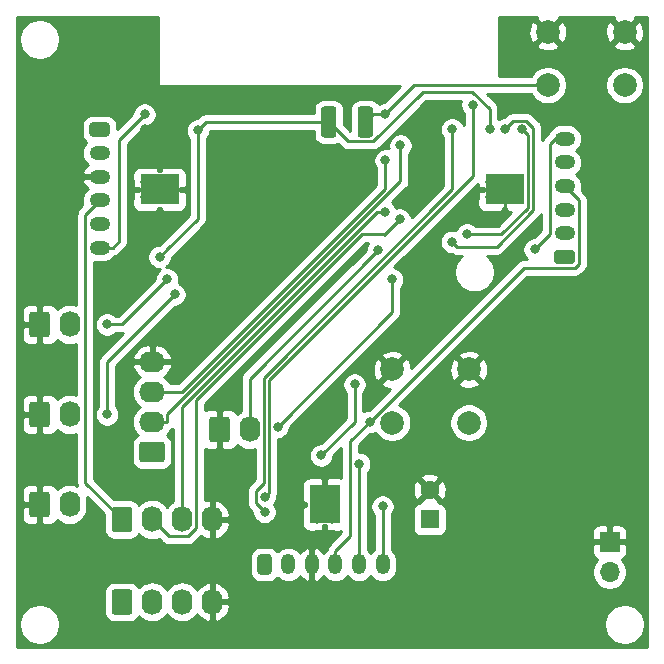
<source format=gbr>
%TF.GenerationSoftware,KiCad,Pcbnew,5.1.9+dfsg1-1*%
%TF.CreationDate,2021-08-08T23:21:56+02:00*%
%TF.ProjectId,holobot_esp32,686f6c6f-626f-4745-9f65-737033322e6b,rev?*%
%TF.SameCoordinates,Original*%
%TF.FileFunction,Copper,L2,Bot*%
%TF.FilePolarity,Positive*%
%FSLAX46Y46*%
G04 Gerber Fmt 4.6, Leading zero omitted, Abs format (unit mm)*
G04 Created by KiCad (PCBNEW 5.1.9+dfsg1-1) date 2021-08-08 23:21:56*
%MOMM*%
%LPD*%
G01*
G04 APERTURE LIST*
%TA.AperFunction,ComponentPad*%
%ADD10O,1.740000X2.190000*%
%TD*%
%TA.AperFunction,ComponentPad*%
%ADD11O,2.190000X1.740000*%
%TD*%
%TA.AperFunction,ComponentPad*%
%ADD12R,1.700000X1.700000*%
%TD*%
%TA.AperFunction,ComponentPad*%
%ADD13O,1.700000X1.700000*%
%TD*%
%TA.AperFunction,ComponentPad*%
%ADD14O,1.750000X1.200000*%
%TD*%
%TA.AperFunction,ComponentPad*%
%ADD15O,1.200000X1.750000*%
%TD*%
%TA.AperFunction,ComponentPad*%
%ADD16C,2.000000*%
%TD*%
%TA.AperFunction,SMDPad,CuDef*%
%ADD17R,3.300000X2.600000*%
%TD*%
%TA.AperFunction,ComponentPad*%
%ADD18C,0.630000*%
%TD*%
%TA.AperFunction,SMDPad,CuDef*%
%ADD19R,2.600000X3.300000*%
%TD*%
%TA.AperFunction,ComponentPad*%
%ADD20R,1.600000X1.600000*%
%TD*%
%TA.AperFunction,ComponentPad*%
%ADD21C,1.600000*%
%TD*%
%TA.AperFunction,ViaPad*%
%ADD22C,0.800000*%
%TD*%
%TA.AperFunction,Conductor*%
%ADD23C,0.250000*%
%TD*%
%TA.AperFunction,Conductor*%
%ADD24C,0.254000*%
%TD*%
%TA.AperFunction,Conductor*%
%ADD25C,0.100000*%
%TD*%
G04 APERTURE END LIST*
D10*
%TO.P,I2C,4*%
%TO.N,GND*%
X104775000Y-121285000D03*
%TO.P,I2C,3*%
%TO.N,/I2C_SCL*%
X102235000Y-121285000D03*
%TO.P,I2C,2*%
%TO.N,/I2C_SDA*%
X99695000Y-121285000D03*
%TO.P,I2C,1*%
%TO.N,+5V*%
%TA.AperFunction,ComponentPad*%
G36*
G01*
X96285000Y-122130001D02*
X96285000Y-120439999D01*
G75*
G02*
X96534999Y-120190000I249999J0D01*
G01*
X97775001Y-120190000D01*
G75*
G02*
X98025000Y-120439999I0J-249999D01*
G01*
X98025000Y-122130001D01*
G75*
G02*
X97775001Y-122380000I-249999J0D01*
G01*
X96534999Y-122380000D01*
G75*
G02*
X96285000Y-122130001I0J249999D01*
G01*
G37*
%TD.AperFunction*%
%TD*%
%TO.P,I2C,1*%
%TO.N,+5V*%
%TA.AperFunction,ComponentPad*%
G36*
G01*
X96285000Y-115145001D02*
X96285000Y-113454999D01*
G75*
G02*
X96534999Y-113205000I249999J0D01*
G01*
X97775001Y-113205000D01*
G75*
G02*
X98025000Y-113454999I0J-249999D01*
G01*
X98025000Y-115145001D01*
G75*
G02*
X97775001Y-115395000I-249999J0D01*
G01*
X96534999Y-115395000D01*
G75*
G02*
X96285000Y-115145001I0J249999D01*
G01*
G37*
%TD.AperFunction*%
%TO.P,I2C,2*%
%TO.N,/I2C_SDA*%
X99695000Y-114300000D03*
%TO.P,I2C,3*%
%TO.N,/I2C_SCL*%
X102235000Y-114300000D03*
%TO.P,I2C,4*%
%TO.N,GND*%
X104775000Y-114300000D03*
%TD*%
%TO.P,UART,1*%
%TO.N,Net-(J3-Pad1)*%
%TA.AperFunction,ComponentPad*%
G36*
G01*
X100540001Y-109455000D02*
X98849999Y-109455000D01*
G75*
G02*
X98600000Y-109205001I0J249999D01*
G01*
X98600000Y-107964999D01*
G75*
G02*
X98849999Y-107715000I249999J0D01*
G01*
X100540001Y-107715000D01*
G75*
G02*
X100790000Y-107964999I0J-249999D01*
G01*
X100790000Y-109205001D01*
G75*
G02*
X100540001Y-109455000I-249999J0D01*
G01*
G37*
%TD.AperFunction*%
D11*
%TO.P,UART,2*%
%TO.N,/UART_TX*%
X99695000Y-106045000D03*
%TO.P,UART,3*%
%TO.N,/UART_RX*%
X99695000Y-103505000D03*
%TO.P,UART,4*%
%TO.N,GND*%
X99695000Y-100965000D03*
%TD*%
D10*
%TO.P,GPIO1,2*%
%TO.N,/GPIO1*%
X92710000Y-97790000D03*
%TO.P,GPIO1,1*%
%TO.N,GND*%
%TA.AperFunction,ComponentPad*%
G36*
G01*
X89300000Y-98635001D02*
X89300000Y-96944999D01*
G75*
G02*
X89549999Y-96695000I249999J0D01*
G01*
X90790001Y-96695000D01*
G75*
G02*
X91040000Y-96944999I0J-249999D01*
G01*
X91040000Y-98635001D01*
G75*
G02*
X90790001Y-98885000I-249999J0D01*
G01*
X89549999Y-98885000D01*
G75*
G02*
X89300000Y-98635001I0J249999D01*
G01*
G37*
%TD.AperFunction*%
%TD*%
%TO.P,GPIO3,2*%
%TO.N,/GPIO3*%
X92710000Y-113030000D03*
%TO.P,GPIO3,1*%
%TO.N,GND*%
%TA.AperFunction,ComponentPad*%
G36*
G01*
X89300000Y-113875001D02*
X89300000Y-112184999D01*
G75*
G02*
X89549999Y-111935000I249999J0D01*
G01*
X90790001Y-111935000D01*
G75*
G02*
X91040000Y-112184999I0J-249999D01*
G01*
X91040000Y-113875001D01*
G75*
G02*
X90790001Y-114125000I-249999J0D01*
G01*
X89549999Y-114125000D01*
G75*
G02*
X89300000Y-113875001I0J249999D01*
G01*
G37*
%TD.AperFunction*%
%TD*%
D12*
%TO.P,POWER,1*%
%TO.N,GND*%
X138430000Y-116205000D03*
D13*
%TO.P,POWER,2*%
%TO.N,Net-(D1-Pad2)*%
X138430000Y-118745000D03*
%TD*%
%TO.P,GPIO2,1*%
%TO.N,GND*%
%TA.AperFunction,ComponentPad*%
G36*
G01*
X89300000Y-106255001D02*
X89300000Y-104564999D01*
G75*
G02*
X89549999Y-104315000I249999J0D01*
G01*
X90790001Y-104315000D01*
G75*
G02*
X91040000Y-104564999I0J-249999D01*
G01*
X91040000Y-106255001D01*
G75*
G02*
X90790001Y-106505000I-249999J0D01*
G01*
X89549999Y-106505000D01*
G75*
G02*
X89300000Y-106255001I0J249999D01*
G01*
G37*
%TD.AperFunction*%
D10*
%TO.P,GPIO2,2*%
%TO.N,/GPIO2*%
X92710000Y-105410000D03*
%TD*%
%TO.P,GPIO 4,1*%
%TO.N,GND*%
%TA.AperFunction,ComponentPad*%
G36*
G01*
X104540000Y-107525001D02*
X104540000Y-105834999D01*
G75*
G02*
X104789999Y-105585000I249999J0D01*
G01*
X106030001Y-105585000D01*
G75*
G02*
X106280000Y-105834999I0J-249999D01*
G01*
X106280000Y-107525001D01*
G75*
G02*
X106030001Y-107775000I-249999J0D01*
G01*
X104789999Y-107775000D01*
G75*
G02*
X104540000Y-107525001I0J249999D01*
G01*
G37*
%TD.AperFunction*%
%TO.P,GPIO 4,2*%
%TO.N,/GPIO4*%
X107950000Y-106680000D03*
%TD*%
%TO.P,MOTOR 1,1*%
%TO.N,Net-(J9-Pad1)*%
%TA.AperFunction,ComponentPad*%
G36*
G01*
X94624999Y-80680000D02*
X95875001Y-80680000D01*
G75*
G02*
X96125000Y-80929999I0J-249999D01*
G01*
X96125000Y-81630001D01*
G75*
G02*
X95875001Y-81880000I-249999J0D01*
G01*
X94624999Y-81880000D01*
G75*
G02*
X94375000Y-81630001I0J249999D01*
G01*
X94375000Y-80929999D01*
G75*
G02*
X94624999Y-80680000I249999J0D01*
G01*
G37*
%TD.AperFunction*%
D14*
%TO.P,MOTOR 1,2*%
%TO.N,Net-(J9-Pad2)*%
X95250000Y-83280000D03*
%TO.P,MOTOR 1,3*%
%TO.N,GND*%
X95250000Y-85280000D03*
%TO.P,MOTOR 1,4*%
%TO.N,+5V*%
X95250000Y-87280000D03*
%TO.P,MOTOR 1,5*%
%TO.N,Net-(J9-Pad5)*%
X95250000Y-89280000D03*
%TO.P,MOTOR 1,6*%
%TO.N,Net-(J9-Pad6)*%
X95250000Y-91280000D03*
%TD*%
%TO.P,MOTOR 3,6*%
%TO.N,Net-(J10-Pad6)*%
X134620000Y-82075000D03*
%TO.P,MOTOR 3,5*%
%TO.N,Net-(J10-Pad5)*%
X134620000Y-84075000D03*
%TO.P,MOTOR 3,4*%
%TO.N,+5V*%
X134620000Y-86075000D03*
%TO.P,MOTOR 3,3*%
%TO.N,GND*%
X134620000Y-88075000D03*
%TO.P,MOTOR 3,2*%
%TO.N,Net-(J10-Pad2)*%
X134620000Y-90075000D03*
%TO.P,MOTOR 3,1*%
%TO.N,Net-(J10-Pad1)*%
%TA.AperFunction,ComponentPad*%
G36*
G01*
X135245001Y-92675000D02*
X133994999Y-92675000D01*
G75*
G02*
X133745000Y-92425001I0J249999D01*
G01*
X133745000Y-91724999D01*
G75*
G02*
X133994999Y-91475000I249999J0D01*
G01*
X135245001Y-91475000D01*
G75*
G02*
X135495000Y-91724999I0J-249999D01*
G01*
X135495000Y-92425001D01*
G75*
G02*
X135245001Y-92675000I-249999J0D01*
G01*
G37*
%TD.AperFunction*%
%TD*%
%TO.P,MOTOR2,1*%
%TO.N,Net-(J11-Pad1)*%
%TA.AperFunction,ComponentPad*%
G36*
G01*
X108620000Y-118735001D02*
X108620000Y-117484999D01*
G75*
G02*
X108869999Y-117235000I249999J0D01*
G01*
X109570001Y-117235000D01*
G75*
G02*
X109820000Y-117484999I0J-249999D01*
G01*
X109820000Y-118735001D01*
G75*
G02*
X109570001Y-118985000I-249999J0D01*
G01*
X108869999Y-118985000D01*
G75*
G02*
X108620000Y-118735001I0J249999D01*
G01*
G37*
%TD.AperFunction*%
D15*
%TO.P,MOTOR2,2*%
%TO.N,Net-(J11-Pad2)*%
X111220000Y-118110000D03*
%TO.P,MOTOR2,3*%
%TO.N,GND*%
X113220000Y-118110000D03*
%TO.P,MOTOR2,4*%
%TO.N,+5V*%
X115220000Y-118110000D03*
%TO.P,MOTOR2,5*%
%TO.N,Net-(J11-Pad5)*%
X117220000Y-118110000D03*
%TO.P,MOTOR2,6*%
%TO.N,Net-(J11-Pad6)*%
X119220000Y-118110000D03*
%TD*%
%TO.P,R1,1*%
%TO.N,+3V3*%
%TA.AperFunction,SMDPad,CuDef*%
G36*
G01*
X114005000Y-81720000D02*
X114005000Y-79570000D01*
G75*
G02*
X114255000Y-79320000I250000J0D01*
G01*
X115055000Y-79320000D01*
G75*
G02*
X115305000Y-79570000I0J-250000D01*
G01*
X115305000Y-81720000D01*
G75*
G02*
X115055000Y-81970000I-250000J0D01*
G01*
X114255000Y-81970000D01*
G75*
G02*
X114005000Y-81720000I0J250000D01*
G01*
G37*
%TD.AperFunction*%
%TO.P,R1,2*%
%TO.N,Net-(R1-Pad2)*%
%TA.AperFunction,SMDPad,CuDef*%
G36*
G01*
X117105000Y-81720000D02*
X117105000Y-79570000D01*
G75*
G02*
X117355000Y-79320000I250000J0D01*
G01*
X118155000Y-79320000D01*
G75*
G02*
X118405000Y-79570000I0J-250000D01*
G01*
X118405000Y-81720000D01*
G75*
G02*
X118155000Y-81970000I-250000J0D01*
G01*
X117355000Y-81970000D01*
G75*
G02*
X117105000Y-81720000I0J250000D01*
G01*
G37*
%TD.AperFunction*%
%TD*%
D16*
%TO.P,RESET,1*%
%TO.N,GND*%
X139700000Y-73025000D03*
%TO.P,RESET,2*%
%TO.N,Net-(R1-Pad2)*%
X139700000Y-77525000D03*
%TO.P,RESET,1*%
%TO.N,GND*%
X133200000Y-73025000D03*
%TO.P,RESET,2*%
%TO.N,Net-(R1-Pad2)*%
X133200000Y-77525000D03*
%TD*%
%TO.P,BOOT,2*%
%TO.N,Net-(SW2-Pad2)*%
X120015000Y-106100000D03*
%TO.P,BOOT,1*%
%TO.N,GND*%
X120015000Y-101600000D03*
%TO.P,BOOT,2*%
%TO.N,Net-(SW2-Pad2)*%
X126515000Y-106100000D03*
%TO.P,BOOT,1*%
%TO.N,GND*%
X126515000Y-101600000D03*
%TD*%
D17*
%TO.P,U4,9*%
%TO.N,GND*%
X100330000Y-86360000D03*
D18*
X99030000Y-87010000D03*
X100330000Y-87010000D03*
X100330000Y-85710000D03*
X99030000Y-85710000D03*
X101630000Y-87010000D03*
X101630000Y-85710000D03*
%TD*%
%TO.P,U5,9*%
%TO.N,GND*%
X128240000Y-87010000D03*
X128240000Y-85710000D03*
X130840000Y-87010000D03*
X129540000Y-87010000D03*
X129540000Y-85710000D03*
X130840000Y-85710000D03*
D17*
X129540000Y-86360000D03*
%TD*%
D19*
%TO.P,U6,9*%
%TO.N,GND*%
X114300000Y-113030000D03*
D18*
X113650000Y-111730000D03*
X113650000Y-113030000D03*
X114950000Y-113030000D03*
X114950000Y-111730000D03*
X113650000Y-114330000D03*
X114950000Y-114330000D03*
%TD*%
D20*
%TO.P,C1,1*%
%TO.N,+12V*%
X123190000Y-114300000D03*
D21*
%TO.P,C1,2*%
%TO.N,GND*%
X123190000Y-111800000D03*
%TD*%
D22*
%TO.N,GND*%
X112395000Y-85090000D03*
X113665000Y-85090000D03*
X114935000Y-85090000D03*
X114935000Y-87630000D03*
X113665000Y-87630000D03*
X112395000Y-87630000D03*
X112395000Y-86360000D03*
X114935000Y-86360000D03*
X113665000Y-86360000D03*
X99060000Y-81280000D03*
X103505000Y-79375000D03*
X108890001Y-93674999D03*
X127635000Y-110490000D03*
X112395000Y-109855000D03*
X125165001Y-79375000D03*
X111760000Y-107315000D03*
X123190000Y-121920000D03*
%TO.N,/I2C_SCL*%
X119380000Y-88265000D03*
%TO.N,/I2C_SDA*%
X120650000Y-88900000D03*
%TO.N,/DRV3A*%
X125095000Y-81280000D03*
%TO.N,+5V*%
X118109499Y-106044499D03*
%TO.N,/UART_TX*%
X120720001Y-82620001D03*
%TO.N,/UART_RX*%
X119450001Y-83890001D03*
%TO.N,/GPIO1*%
X95885000Y-97790000D03*
X100965000Y-93980000D03*
%TO.N,/GPIO3*%
X120015000Y-93980000D03*
X110320012Y-106459669D03*
%TO.N,/GPIO2*%
X95885000Y-105410000D03*
X101600002Y-95250000D03*
%TO.N,/GPIO4*%
X118815001Y-91510001D03*
%TO.N,Net-(J9-Pad6)*%
X99060000Y-80010000D03*
%TO.N,Net-(J10-Pad6)*%
X132080000Y-91440000D03*
%TO.N,Net-(J11-Pad5)*%
X117220000Y-109600000D03*
%TO.N,Net-(J11-Pad6)*%
X119220000Y-113190000D03*
%TO.N,+3V3*%
X103580001Y-81355001D03*
X100330000Y-92075000D03*
X128270000Y-81280000D03*
X114010001Y-108874999D03*
X116840000Y-102870000D03*
%TO.N,Net-(R1-Pad2)*%
X119380000Y-80010000D03*
%TO.N,/DRV3A*%
X109220000Y-113665000D03*
%TO.N,/DRV3B*%
X109220000Y-112395000D03*
X126834254Y-79184725D03*
%TO.N,/DRV2A*%
X129540000Y-81280000D03*
X125095000Y-90805000D03*
%TO.N,/DRV2B*%
X131030000Y-81280000D03*
X126365000Y-90170000D03*
%TD*%
D23*
%TO.N,GND*%
X129540000Y-86360000D02*
X129540000Y-88265000D01*
%TO.N,/I2C_SCL*%
X102235000Y-104777820D02*
X102235000Y-113665000D01*
X118747820Y-88265000D02*
X102235000Y-104777820D01*
X119380000Y-88265000D02*
X118747820Y-88265000D01*
%TO.N,/I2C_SDA*%
X103430010Y-115019989D02*
X102729989Y-115720010D01*
X103430010Y-104219220D02*
X103430010Y-115019989D01*
X102729989Y-115720010D02*
X101115010Y-115720010D01*
X119375770Y-90170000D02*
X117479230Y-90170000D01*
X117479230Y-90170000D02*
X103430010Y-104219220D01*
X119377885Y-90172115D02*
X119375770Y-90170000D01*
X101115010Y-115720010D02*
X99695000Y-114300000D01*
X120650000Y-88900000D02*
X119377885Y-90172115D01*
%TO.N,/DRV3A*%
X125095000Y-81280000D02*
X125095000Y-81280000D01*
%TO.N,+5V*%
X94049990Y-111194990D02*
X94049990Y-88480010D01*
X94049990Y-88480010D02*
X95250000Y-87280000D01*
X97155000Y-113665000D02*
X96520000Y-113665000D01*
X96520000Y-113665000D02*
X94049990Y-111194990D01*
X135820010Y-92663180D02*
X135820010Y-87275010D01*
X135483180Y-93000010D02*
X135820010Y-92663180D01*
X131153988Y-93000010D02*
X135483180Y-93000010D01*
X116494999Y-107658999D02*
X118109499Y-106044499D01*
X116494999Y-115710001D02*
X116494999Y-107658999D01*
X115220000Y-116985000D02*
X116494999Y-115710001D01*
X135820010Y-87275010D02*
X134620000Y-86075000D01*
X115220000Y-118110000D02*
X115220000Y-116985000D01*
X118109499Y-106044499D02*
X131153988Y-93000010D01*
%TO.N,/UART_TX*%
X99695000Y-106045000D02*
X100965000Y-106045000D01*
X100965000Y-106045000D02*
X100965000Y-105411410D01*
X120720001Y-85656409D02*
X120720001Y-82620001D01*
X100965000Y-105411410D02*
X120720001Y-85656409D01*
%TO.N,/UART_RX*%
X99695000Y-103505000D02*
X102235000Y-103505000D01*
X119450001Y-86289999D02*
X119450001Y-83890001D01*
X102235000Y-103505000D02*
X119450001Y-86289999D01*
%TO.N,/GPIO1*%
X95885000Y-97790000D02*
X97155000Y-97790000D01*
X97155000Y-97790000D02*
X100965000Y-93980000D01*
X100965000Y-93980000D02*
X100965000Y-93980000D01*
%TO.N,/GPIO3*%
X120015000Y-96764681D02*
X110320012Y-106459669D01*
X120015000Y-93980000D02*
X120015000Y-96764681D01*
%TO.N,/GPIO2*%
X95885000Y-100965002D02*
X101600002Y-95250000D01*
X95885000Y-105410000D02*
X95885000Y-100965002D01*
%TO.N,/GPIO4*%
X107950000Y-106680000D02*
X107950000Y-102375002D01*
X107950000Y-102375002D02*
X118815001Y-91510001D01*
%TO.N,Net-(J9-Pad6)*%
X99060000Y-80010000D02*
X99060000Y-80010000D01*
X96375000Y-91280000D02*
X96900021Y-90754979D01*
X96900021Y-90754979D02*
X96900021Y-82169979D01*
X96900021Y-82169979D02*
X98660001Y-80409999D01*
X98660001Y-80409999D02*
X99060000Y-80010000D01*
X95250000Y-91280000D02*
X96375000Y-91280000D01*
%TO.N,Net-(J10-Pad6)*%
X132080000Y-91440000D02*
X132080000Y-91440000D01*
X133825000Y-82075000D02*
X134620000Y-82075000D01*
X133419990Y-82480010D02*
X133825000Y-82075000D01*
X133419990Y-90100010D02*
X133419990Y-82480010D01*
X132080000Y-91440000D02*
X133419990Y-90100010D01*
%TO.N,Net-(J11-Pad5)*%
X117220000Y-118110000D02*
X117220000Y-109600000D01*
X117220000Y-109600000D02*
X117220000Y-109600000D01*
%TO.N,Net-(J11-Pad6)*%
X119220000Y-118110000D02*
X119220000Y-113190000D01*
X119220000Y-113190000D02*
X119220000Y-113190000D01*
%TO.N,+3V3*%
X103580001Y-81355001D02*
X103580001Y-88824999D01*
X103580001Y-88824999D02*
X100965000Y-91440000D01*
X100965000Y-91440000D02*
X100330000Y-92075000D01*
X100330000Y-92075000D02*
X100330000Y-92075000D01*
X104290002Y-80645000D02*
X103580001Y-81355001D01*
X114655000Y-80645000D02*
X104290002Y-80645000D01*
X118393180Y-82295010D02*
X116305010Y-82295010D01*
X122603190Y-78085000D02*
X118393180Y-82295010D01*
X116305010Y-82295010D02*
X114655000Y-80645000D01*
X126807531Y-78085000D02*
X122603190Y-78085000D01*
X128270000Y-79547469D02*
X126807531Y-78085000D01*
X128270000Y-81280000D02*
X128270000Y-79547469D01*
X116840000Y-106045000D02*
X114010001Y-108874999D01*
X116840000Y-102870000D02*
X116840000Y-106045000D01*
%TO.N,Net-(R1-Pad2)*%
X121865000Y-77525000D02*
X133200000Y-77525000D01*
X119380000Y-80010000D02*
X121865000Y-77525000D01*
X118390000Y-80010000D02*
X117755000Y-80645000D01*
X119380000Y-80010000D02*
X118390000Y-80010000D01*
%TO.N,/DRV3A*%
X109145010Y-111199990D02*
X108494999Y-111850001D01*
X125095000Y-81280000D02*
X125095000Y-86360000D01*
X109145010Y-102309990D02*
X109145010Y-111199990D01*
X108494999Y-112939999D02*
X109220000Y-113665000D01*
X108494999Y-111850001D02*
X108494999Y-112939999D01*
X125095000Y-86360000D02*
X109145010Y-102309990D01*
%TO.N,/DRV3B*%
X109595011Y-102496399D02*
X126834254Y-85257156D01*
X109220000Y-112395000D02*
X109595011Y-112019989D01*
X126834254Y-85257156D02*
X126834254Y-79184725D01*
X109595011Y-112019989D02*
X109595011Y-102496399D01*
%TO.N,/DRV2A*%
X130265001Y-80554999D02*
X129540000Y-81280000D01*
X131378001Y-80554999D02*
X130265001Y-80554999D01*
X131965011Y-81142009D02*
X131378001Y-80554999D01*
X131965011Y-88106401D02*
X131965011Y-81142009D01*
X128866413Y-91204999D02*
X131965011Y-88106401D01*
X125494999Y-91204999D02*
X128866413Y-91204999D01*
X125095000Y-90805000D02*
X125494999Y-91204999D01*
%TO.N,/DRV2B*%
X131515001Y-81765001D02*
X131030000Y-81280000D01*
X131515001Y-87920001D02*
X131515001Y-81765001D01*
X129265002Y-90170000D02*
X131515001Y-87920001D01*
X126365000Y-90170000D02*
X129265002Y-90170000D01*
%TD*%
D24*
%TO.N,GND*%
X100203000Y-77470000D02*
X100205440Y-77494776D01*
X100212667Y-77518601D01*
X100224403Y-77540557D01*
X100240197Y-77559803D01*
X100259443Y-77575597D01*
X100281399Y-77587333D01*
X100305224Y-77594560D01*
X100330000Y-77597000D01*
X120718198Y-77597000D01*
X119340199Y-78975000D01*
X119278061Y-78975000D01*
X119078102Y-79014774D01*
X118899823Y-79088620D01*
X118893405Y-79076614D01*
X118782962Y-78942038D01*
X118648386Y-78831595D01*
X118494850Y-78749528D01*
X118328254Y-78698992D01*
X118155000Y-78681928D01*
X117355000Y-78681928D01*
X117181746Y-78698992D01*
X117015150Y-78749528D01*
X116861614Y-78831595D01*
X116727038Y-78942038D01*
X116616595Y-79076614D01*
X116534528Y-79230150D01*
X116483992Y-79396746D01*
X116466928Y-79570000D01*
X116466928Y-81382126D01*
X115943072Y-80858271D01*
X115943072Y-79570000D01*
X115926008Y-79396746D01*
X115875472Y-79230150D01*
X115793405Y-79076614D01*
X115682962Y-78942038D01*
X115548386Y-78831595D01*
X115394850Y-78749528D01*
X115228254Y-78698992D01*
X115055000Y-78681928D01*
X114255000Y-78681928D01*
X114081746Y-78698992D01*
X113915150Y-78749528D01*
X113761614Y-78831595D01*
X113627038Y-78942038D01*
X113516595Y-79076614D01*
X113434528Y-79230150D01*
X113383992Y-79396746D01*
X113366928Y-79570000D01*
X113366928Y-79885000D01*
X104327324Y-79885000D01*
X104290001Y-79881324D01*
X104252678Y-79885000D01*
X104252669Y-79885000D01*
X104141016Y-79895997D01*
X103997755Y-79939454D01*
X103865725Y-80010026D01*
X103782085Y-80078668D01*
X103750001Y-80104999D01*
X103726203Y-80133998D01*
X103540199Y-80320001D01*
X103478062Y-80320001D01*
X103278103Y-80359775D01*
X103089745Y-80437796D01*
X102920227Y-80551064D01*
X102776064Y-80695227D01*
X102662796Y-80864745D01*
X102584775Y-81053103D01*
X102545001Y-81253062D01*
X102545001Y-81456940D01*
X102584775Y-81656899D01*
X102662796Y-81845257D01*
X102776064Y-82014775D01*
X102820001Y-82058712D01*
X102820002Y-88510196D01*
X100454002Y-90876197D01*
X100453997Y-90876201D01*
X100290198Y-91040000D01*
X100228061Y-91040000D01*
X100028102Y-91079774D01*
X99839744Y-91157795D01*
X99670226Y-91271063D01*
X99526063Y-91415226D01*
X99412795Y-91584744D01*
X99334774Y-91773102D01*
X99295000Y-91973061D01*
X99295000Y-92176939D01*
X99334774Y-92376898D01*
X99412795Y-92565256D01*
X99526063Y-92734774D01*
X99670226Y-92878937D01*
X99839744Y-92992205D01*
X100028102Y-93070226D01*
X100228061Y-93110000D01*
X100404097Y-93110000D01*
X100305226Y-93176063D01*
X100161063Y-93320226D01*
X100047795Y-93489744D01*
X99969774Y-93678102D01*
X99930000Y-93878061D01*
X99930000Y-93940198D01*
X96840199Y-97030000D01*
X96588711Y-97030000D01*
X96544774Y-96986063D01*
X96375256Y-96872795D01*
X96186898Y-96794774D01*
X95986939Y-96755000D01*
X95783061Y-96755000D01*
X95583102Y-96794774D01*
X95394744Y-96872795D01*
X95225226Y-96986063D01*
X95081063Y-97130226D01*
X94967795Y-97299744D01*
X94889774Y-97488102D01*
X94850000Y-97688061D01*
X94850000Y-97891939D01*
X94889774Y-98091898D01*
X94967795Y-98280256D01*
X95081063Y-98449774D01*
X95225226Y-98593937D01*
X95394744Y-98707205D01*
X95583102Y-98785226D01*
X95783061Y-98825000D01*
X95986939Y-98825000D01*
X96186898Y-98785226D01*
X96375256Y-98707205D01*
X96544774Y-98593937D01*
X96588711Y-98550000D01*
X97117678Y-98550000D01*
X97155000Y-98553676D01*
X97192322Y-98550000D01*
X97192333Y-98550000D01*
X97228792Y-98546409D01*
X95373998Y-100401203D01*
X95345000Y-100425001D01*
X95321202Y-100453999D01*
X95321201Y-100454000D01*
X95250026Y-100540726D01*
X95179454Y-100672756D01*
X95135998Y-100816017D01*
X95121324Y-100965002D01*
X95125001Y-101002334D01*
X95125000Y-104706289D01*
X95081063Y-104750226D01*
X94967795Y-104919744D01*
X94889774Y-105108102D01*
X94850000Y-105308061D01*
X94850000Y-105511939D01*
X94889774Y-105711898D01*
X94967795Y-105900256D01*
X95081063Y-106069774D01*
X95225226Y-106213937D01*
X95394744Y-106327205D01*
X95583102Y-106405226D01*
X95783061Y-106445000D01*
X95986939Y-106445000D01*
X96186898Y-106405226D01*
X96375256Y-106327205D01*
X96544774Y-106213937D01*
X96688937Y-106069774D01*
X96802205Y-105900256D01*
X96880226Y-105711898D01*
X96920000Y-105511939D01*
X96920000Y-105308061D01*
X96880226Y-105108102D01*
X96802205Y-104919744D01*
X96688937Y-104750226D01*
X96645000Y-104706289D01*
X96645000Y-101279803D01*
X97319834Y-100604969D01*
X98008698Y-100604969D01*
X98129754Y-100838000D01*
X99568000Y-100838000D01*
X99568000Y-99614624D01*
X99822000Y-99614624D01*
X99822000Y-100838000D01*
X101260246Y-100838000D01*
X101381302Y-100604969D01*
X101364551Y-100517409D01*
X101249474Y-100244191D01*
X101083306Y-99998674D01*
X100872433Y-99790292D01*
X100624958Y-99627053D01*
X100350392Y-99515231D01*
X100059286Y-99459123D01*
X99822000Y-99614624D01*
X99568000Y-99614624D01*
X99330714Y-99459123D01*
X99039608Y-99515231D01*
X98765042Y-99627053D01*
X98517567Y-99790292D01*
X98306694Y-99998674D01*
X98140526Y-100244191D01*
X98025449Y-100517409D01*
X98008698Y-100604969D01*
X97319834Y-100604969D01*
X101639804Y-96285000D01*
X101701941Y-96285000D01*
X101901900Y-96245226D01*
X102090258Y-96167205D01*
X102259776Y-96053937D01*
X102403939Y-95909774D01*
X102517207Y-95740256D01*
X102595228Y-95551898D01*
X102635002Y-95351939D01*
X102635002Y-95148061D01*
X102595228Y-94948102D01*
X102517207Y-94759744D01*
X102403939Y-94590226D01*
X102259776Y-94446063D01*
X102090258Y-94332795D01*
X101960771Y-94279159D01*
X102000000Y-94081939D01*
X102000000Y-93878061D01*
X101960226Y-93678102D01*
X101882205Y-93489744D01*
X101768937Y-93320226D01*
X101624774Y-93176063D01*
X101455256Y-93062795D01*
X101266898Y-92984774D01*
X101066939Y-92945000D01*
X100890903Y-92945000D01*
X100989774Y-92878937D01*
X101133937Y-92734774D01*
X101247205Y-92565256D01*
X101325226Y-92376898D01*
X101365000Y-92176939D01*
X101365000Y-92114802D01*
X101528799Y-91951003D01*
X101528803Y-91950998D01*
X104091004Y-89388798D01*
X104120002Y-89365000D01*
X104146333Y-89332916D01*
X104214975Y-89249276D01*
X104285547Y-89117246D01*
X104300201Y-89068937D01*
X104329004Y-88973985D01*
X104340001Y-88862332D01*
X104340001Y-88862322D01*
X104343677Y-88824999D01*
X104340001Y-88787676D01*
X104340001Y-82058712D01*
X104383938Y-82014775D01*
X104497206Y-81845257D01*
X104575227Y-81656899D01*
X104615001Y-81456940D01*
X104615001Y-81405000D01*
X113366928Y-81405000D01*
X113366928Y-81720000D01*
X113383992Y-81893254D01*
X113434528Y-82059850D01*
X113516595Y-82213386D01*
X113627038Y-82347962D01*
X113761614Y-82458405D01*
X113915150Y-82540472D01*
X114081746Y-82591008D01*
X114255000Y-82608072D01*
X115055000Y-82608072D01*
X115228254Y-82591008D01*
X115394850Y-82540472D01*
X115447518Y-82512320D01*
X115741211Y-82806013D01*
X115765009Y-82835011D01*
X115837832Y-82894775D01*
X115880734Y-82929984D01*
X116012763Y-83000556D01*
X116156024Y-83044013D01*
X116305010Y-83058687D01*
X116342343Y-83055010D01*
X118355858Y-83055010D01*
X118393180Y-83058686D01*
X118430502Y-83055010D01*
X118430513Y-83055010D01*
X118542166Y-83044013D01*
X118685427Y-83000556D01*
X118817456Y-82929984D01*
X118933181Y-82835011D01*
X118956984Y-82806007D01*
X122917992Y-78845000D01*
X125854697Y-78845000D01*
X125839028Y-78882827D01*
X125799254Y-79082786D01*
X125799254Y-79286664D01*
X125839028Y-79486623D01*
X125917049Y-79674981D01*
X126030317Y-79844499D01*
X126074255Y-79888437D01*
X126074255Y-80939544D01*
X126012205Y-80789744D01*
X125898937Y-80620226D01*
X125754774Y-80476063D01*
X125585256Y-80362795D01*
X125396898Y-80284774D01*
X125196939Y-80245000D01*
X124993061Y-80245000D01*
X124793102Y-80284774D01*
X124604744Y-80362795D01*
X124435226Y-80476063D01*
X124291063Y-80620226D01*
X124177795Y-80789744D01*
X124099774Y-80978102D01*
X124060000Y-81178061D01*
X124060000Y-81381939D01*
X124099774Y-81581898D01*
X124177795Y-81770256D01*
X124291063Y-81939774D01*
X124335000Y-81983711D01*
X124335001Y-86045197D01*
X121667934Y-88712264D01*
X121645226Y-88598102D01*
X121567205Y-88409744D01*
X121453937Y-88240226D01*
X121309774Y-88096063D01*
X121140256Y-87982795D01*
X120951898Y-87904774D01*
X120751939Y-87865000D01*
X120548061Y-87865000D01*
X120350840Y-87904229D01*
X120297205Y-87774744D01*
X120183937Y-87605226D01*
X120039774Y-87461063D01*
X120010026Y-87441186D01*
X121231005Y-86220207D01*
X121260002Y-86196410D01*
X121354975Y-86080685D01*
X121425547Y-85948656D01*
X121469004Y-85805395D01*
X121480001Y-85693742D01*
X121480001Y-85693733D01*
X121483677Y-85656410D01*
X121480001Y-85619087D01*
X121480001Y-83323712D01*
X121523938Y-83279775D01*
X121637206Y-83110257D01*
X121715227Y-82921899D01*
X121755001Y-82721940D01*
X121755001Y-82518062D01*
X121715227Y-82318103D01*
X121637206Y-82129745D01*
X121523938Y-81960227D01*
X121379775Y-81816064D01*
X121210257Y-81702796D01*
X121021899Y-81624775D01*
X120821940Y-81585001D01*
X120618062Y-81585001D01*
X120418103Y-81624775D01*
X120229745Y-81702796D01*
X120060227Y-81816064D01*
X119916064Y-81960227D01*
X119802796Y-82129745D01*
X119724775Y-82318103D01*
X119685001Y-82518062D01*
X119685001Y-82721940D01*
X119718040Y-82888040D01*
X119551940Y-82855001D01*
X119348062Y-82855001D01*
X119148103Y-82894775D01*
X118959745Y-82972796D01*
X118790227Y-83086064D01*
X118646064Y-83230227D01*
X118532796Y-83399745D01*
X118454775Y-83588103D01*
X118415001Y-83788062D01*
X118415001Y-83991940D01*
X118454775Y-84191899D01*
X118532796Y-84380257D01*
X118646064Y-84549775D01*
X118690002Y-84593713D01*
X118690001Y-85975197D01*
X101920199Y-102745000D01*
X101220273Y-102745000D01*
X101177417Y-102664821D01*
X100989345Y-102435655D01*
X100760179Y-102247583D01*
X100731848Y-102232440D01*
X100872433Y-102139708D01*
X101083306Y-101931326D01*
X101249474Y-101685809D01*
X101364551Y-101412591D01*
X101381302Y-101325031D01*
X101260246Y-101092000D01*
X99822000Y-101092000D01*
X99822000Y-101112000D01*
X99568000Y-101112000D01*
X99568000Y-101092000D01*
X98129754Y-101092000D01*
X98008698Y-101325031D01*
X98025449Y-101412591D01*
X98140526Y-101685809D01*
X98306694Y-101931326D01*
X98517567Y-102139708D01*
X98658152Y-102232440D01*
X98629821Y-102247583D01*
X98400655Y-102435655D01*
X98212583Y-102664821D01*
X98072834Y-102926275D01*
X97986776Y-103209968D01*
X97957718Y-103505000D01*
X97986776Y-103800032D01*
X98072834Y-104083725D01*
X98212583Y-104345179D01*
X98400655Y-104574345D01*
X98629821Y-104762417D01*
X98653362Y-104775000D01*
X98629821Y-104787583D01*
X98400655Y-104975655D01*
X98212583Y-105204821D01*
X98072834Y-105466275D01*
X97986776Y-105749968D01*
X97957718Y-106045000D01*
X97986776Y-106340032D01*
X98072834Y-106623725D01*
X98212583Y-106885179D01*
X98400655Y-107114345D01*
X98466114Y-107168066D01*
X98356613Y-107226595D01*
X98222038Y-107337038D01*
X98111595Y-107471613D01*
X98029528Y-107625149D01*
X97978992Y-107791745D01*
X97961928Y-107964999D01*
X97961928Y-109205001D01*
X97978992Y-109378255D01*
X98029528Y-109544851D01*
X98111595Y-109698387D01*
X98222038Y-109832962D01*
X98356613Y-109943405D01*
X98510149Y-110025472D01*
X98676745Y-110076008D01*
X98849999Y-110093072D01*
X100540001Y-110093072D01*
X100713255Y-110076008D01*
X100879851Y-110025472D01*
X101033387Y-109943405D01*
X101167962Y-109832962D01*
X101278405Y-109698387D01*
X101360472Y-109544851D01*
X101411008Y-109378255D01*
X101428072Y-109205001D01*
X101428072Y-107964999D01*
X101411008Y-107791745D01*
X101360472Y-107625149D01*
X101278405Y-107471613D01*
X101167962Y-107337038D01*
X101033387Y-107226595D01*
X100923886Y-107168066D01*
X100989345Y-107114345D01*
X101177417Y-106885179D01*
X101247857Y-106753394D01*
X101257247Y-106750546D01*
X101389276Y-106679974D01*
X101475000Y-106609622D01*
X101475001Y-112774726D01*
X101394821Y-112817583D01*
X101165655Y-113005655D01*
X100977583Y-113234822D01*
X100965000Y-113258363D01*
X100952417Y-113234821D01*
X100764345Y-113005655D01*
X100535178Y-112817583D01*
X100273724Y-112677834D01*
X99990031Y-112591776D01*
X99695000Y-112562718D01*
X99399968Y-112591776D01*
X99116275Y-112677834D01*
X98854821Y-112817583D01*
X98625655Y-113005655D01*
X98571935Y-113071114D01*
X98513405Y-112961613D01*
X98402962Y-112827038D01*
X98268387Y-112716595D01*
X98114851Y-112634528D01*
X97948255Y-112583992D01*
X97775001Y-112566928D01*
X96534999Y-112566928D01*
X96500161Y-112570359D01*
X94809990Y-110880189D01*
X94809990Y-92504723D01*
X94914335Y-92515000D01*
X95585665Y-92515000D01*
X95767102Y-92497130D01*
X95999901Y-92426511D01*
X96214449Y-92311833D01*
X96402502Y-92157502D01*
X96506549Y-92030720D01*
X96523986Y-92029003D01*
X96667247Y-91985546D01*
X96799276Y-91914974D01*
X96915001Y-91820001D01*
X96938803Y-91790998D01*
X97411024Y-91318777D01*
X97440022Y-91294980D01*
X97534995Y-91179255D01*
X97605567Y-91047226D01*
X97649024Y-90903965D01*
X97660021Y-90792312D01*
X97660021Y-90792302D01*
X97663697Y-90754979D01*
X97660021Y-90717656D01*
X97660021Y-85060000D01*
X98041928Y-85060000D01*
X98045000Y-86074250D01*
X98203750Y-86233000D01*
X98572629Y-86233000D01*
X98564898Y-86354708D01*
X98564266Y-86355340D01*
X98564562Y-86360000D01*
X98564266Y-86364660D01*
X98564898Y-86365292D01*
X98572629Y-86487000D01*
X98203750Y-86487000D01*
X98045000Y-86645750D01*
X98041928Y-87660000D01*
X98054188Y-87784482D01*
X98090498Y-87904180D01*
X98149463Y-88014494D01*
X98228815Y-88111185D01*
X98325506Y-88190537D01*
X98435820Y-88249502D01*
X98555518Y-88285812D01*
X98680000Y-88298072D01*
X100044250Y-88295000D01*
X100203000Y-88136250D01*
X100203000Y-87953602D01*
X100232626Y-87959619D01*
X100419758Y-87960369D01*
X100457000Y-87953116D01*
X100457000Y-88136250D01*
X100615750Y-88295000D01*
X101980000Y-88298072D01*
X102104482Y-88285812D01*
X102224180Y-88249502D01*
X102334494Y-88190537D01*
X102431185Y-88111185D01*
X102510537Y-88014494D01*
X102569502Y-87904180D01*
X102605812Y-87784482D01*
X102618072Y-87660000D01*
X102615000Y-86645750D01*
X102456250Y-86487000D01*
X102087371Y-86487000D01*
X102095102Y-86365292D01*
X102095734Y-86364660D01*
X102095438Y-86360000D01*
X102095734Y-86355340D01*
X102095102Y-86354708D01*
X102087371Y-86233000D01*
X102456250Y-86233000D01*
X102615000Y-86074250D01*
X102618072Y-85060000D01*
X102605812Y-84935518D01*
X102569502Y-84815820D01*
X102510537Y-84705506D01*
X102431185Y-84608815D01*
X102334494Y-84529463D01*
X102224180Y-84470498D01*
X102104482Y-84434188D01*
X101980000Y-84421928D01*
X100615750Y-84425000D01*
X100457000Y-84583750D01*
X100457000Y-84766398D01*
X100427374Y-84760381D01*
X100240242Y-84759631D01*
X100203000Y-84766884D01*
X100203000Y-84583750D01*
X100044250Y-84425000D01*
X98680000Y-84421928D01*
X98555518Y-84434188D01*
X98435820Y-84470498D01*
X98325506Y-84529463D01*
X98228815Y-84608815D01*
X98149463Y-84705506D01*
X98090498Y-84815820D01*
X98054188Y-84935518D01*
X98041928Y-85060000D01*
X97660021Y-85060000D01*
X97660021Y-82484780D01*
X99099802Y-81045000D01*
X99161939Y-81045000D01*
X99361898Y-81005226D01*
X99550256Y-80927205D01*
X99719774Y-80813937D01*
X99863937Y-80669774D01*
X99977205Y-80500256D01*
X100055226Y-80311898D01*
X100095000Y-80111939D01*
X100095000Y-79908061D01*
X100055226Y-79708102D01*
X99977205Y-79519744D01*
X99863937Y-79350226D01*
X99719774Y-79206063D01*
X99550256Y-79092795D01*
X99361898Y-79014774D01*
X99161939Y-78975000D01*
X98958061Y-78975000D01*
X98758102Y-79014774D01*
X98569744Y-79092795D01*
X98400226Y-79206063D01*
X98256063Y-79350226D01*
X98142795Y-79519744D01*
X98064774Y-79708102D01*
X98025000Y-79908061D01*
X98025000Y-79970198D01*
X96763072Y-81232127D01*
X96763072Y-80929999D01*
X96746008Y-80756745D01*
X96695472Y-80590149D01*
X96613405Y-80436613D01*
X96502962Y-80302038D01*
X96368387Y-80191595D01*
X96214851Y-80109528D01*
X96048255Y-80058992D01*
X95875001Y-80041928D01*
X94624999Y-80041928D01*
X94451745Y-80058992D01*
X94285149Y-80109528D01*
X94131613Y-80191595D01*
X93997038Y-80302038D01*
X93886595Y-80436613D01*
X93804528Y-80590149D01*
X93753992Y-80756745D01*
X93736928Y-80929999D01*
X93736928Y-81630001D01*
X93753992Y-81803255D01*
X93804528Y-81969851D01*
X93886595Y-82123387D01*
X93997038Y-82257962D01*
X94131613Y-82368405D01*
X94136111Y-82370809D01*
X94097498Y-82402498D01*
X93943167Y-82590551D01*
X93828489Y-82805099D01*
X93757870Y-83037898D01*
X93734025Y-83280000D01*
X93757870Y-83522102D01*
X93828489Y-83754901D01*
X93943167Y-83969449D01*
X94097498Y-84157502D01*
X94247348Y-84280481D01*
X94183275Y-84323693D01*
X94011922Y-84496526D01*
X93877579Y-84699467D01*
X93785409Y-84924718D01*
X93781538Y-84962391D01*
X93906269Y-85153000D01*
X95123000Y-85153000D01*
X95123000Y-85133000D01*
X95377000Y-85133000D01*
X95377000Y-85153000D01*
X95397000Y-85153000D01*
X95397000Y-85407000D01*
X95377000Y-85407000D01*
X95377000Y-85427000D01*
X95123000Y-85427000D01*
X95123000Y-85407000D01*
X93906269Y-85407000D01*
X93781538Y-85597609D01*
X93785409Y-85635282D01*
X93877579Y-85860533D01*
X94011922Y-86063474D01*
X94183275Y-86236307D01*
X94247348Y-86279519D01*
X94097498Y-86402498D01*
X93943167Y-86590551D01*
X93828489Y-86805099D01*
X93757870Y-87037898D01*
X93734025Y-87280000D01*
X93757870Y-87522102D01*
X93798653Y-87656545D01*
X93538988Y-87916211D01*
X93509990Y-87940009D01*
X93486192Y-87969007D01*
X93486191Y-87969008D01*
X93415016Y-88055734D01*
X93344444Y-88187764D01*
X93314950Y-88284998D01*
X93306810Y-88311833D01*
X93300988Y-88331025D01*
X93286314Y-88480010D01*
X93289991Y-88517343D01*
X93289991Y-96168511D01*
X93288724Y-96167834D01*
X93005031Y-96081776D01*
X92710000Y-96052718D01*
X92414968Y-96081776D01*
X92131275Y-96167834D01*
X91869821Y-96307583D01*
X91642615Y-96494047D01*
X91629502Y-96450820D01*
X91570537Y-96340506D01*
X91491185Y-96243815D01*
X91394494Y-96164463D01*
X91284180Y-96105498D01*
X91164482Y-96069188D01*
X91040000Y-96056928D01*
X90455750Y-96060000D01*
X90297000Y-96218750D01*
X90297000Y-97663000D01*
X90317000Y-97663000D01*
X90317000Y-97917000D01*
X90297000Y-97917000D01*
X90297000Y-99361250D01*
X90455750Y-99520000D01*
X91040000Y-99523072D01*
X91164482Y-99510812D01*
X91284180Y-99474502D01*
X91394494Y-99415537D01*
X91491185Y-99336185D01*
X91570537Y-99239494D01*
X91629502Y-99129180D01*
X91642615Y-99085953D01*
X91869822Y-99272417D01*
X92131276Y-99412166D01*
X92414969Y-99498224D01*
X92710000Y-99527282D01*
X93005032Y-99498224D01*
X93288725Y-99412166D01*
X93289991Y-99411490D01*
X93289990Y-103788511D01*
X93288724Y-103787834D01*
X93005031Y-103701776D01*
X92710000Y-103672718D01*
X92414968Y-103701776D01*
X92131275Y-103787834D01*
X91869821Y-103927583D01*
X91642615Y-104114047D01*
X91629502Y-104070820D01*
X91570537Y-103960506D01*
X91491185Y-103863815D01*
X91394494Y-103784463D01*
X91284180Y-103725498D01*
X91164482Y-103689188D01*
X91040000Y-103676928D01*
X90455750Y-103680000D01*
X90297000Y-103838750D01*
X90297000Y-105283000D01*
X90317000Y-105283000D01*
X90317000Y-105537000D01*
X90297000Y-105537000D01*
X90297000Y-106981250D01*
X90455750Y-107140000D01*
X91040000Y-107143072D01*
X91164482Y-107130812D01*
X91284180Y-107094502D01*
X91394494Y-107035537D01*
X91491185Y-106956185D01*
X91570537Y-106859494D01*
X91629502Y-106749180D01*
X91642615Y-106705953D01*
X91869822Y-106892417D01*
X92131276Y-107032166D01*
X92414969Y-107118224D01*
X92710000Y-107147282D01*
X93005032Y-107118224D01*
X93288725Y-107032166D01*
X93289990Y-107031490D01*
X93289990Y-111157668D01*
X93286314Y-111194990D01*
X93289990Y-111232312D01*
X93289990Y-111232322D01*
X93300987Y-111343975D01*
X93326480Y-111428015D01*
X93288724Y-111407834D01*
X93005031Y-111321776D01*
X92710000Y-111292718D01*
X92414968Y-111321776D01*
X92131275Y-111407834D01*
X91869821Y-111547583D01*
X91642615Y-111734047D01*
X91629502Y-111690820D01*
X91570537Y-111580506D01*
X91491185Y-111483815D01*
X91394494Y-111404463D01*
X91284180Y-111345498D01*
X91164482Y-111309188D01*
X91040000Y-111296928D01*
X90455750Y-111300000D01*
X90297000Y-111458750D01*
X90297000Y-112903000D01*
X90317000Y-112903000D01*
X90317000Y-113157000D01*
X90297000Y-113157000D01*
X90297000Y-114601250D01*
X90455750Y-114760000D01*
X91040000Y-114763072D01*
X91164482Y-114750812D01*
X91284180Y-114714502D01*
X91394494Y-114655537D01*
X91491185Y-114576185D01*
X91570537Y-114479494D01*
X91629502Y-114369180D01*
X91642615Y-114325953D01*
X91869822Y-114512417D01*
X92131276Y-114652166D01*
X92414969Y-114738224D01*
X92710000Y-114767282D01*
X93005032Y-114738224D01*
X93288725Y-114652166D01*
X93550179Y-114512417D01*
X93779345Y-114324345D01*
X93967417Y-114095179D01*
X94107166Y-113833724D01*
X94193224Y-113550031D01*
X94215000Y-113328935D01*
X94215000Y-112731064D01*
X94193224Y-112509968D01*
X94151011Y-112370813D01*
X95646928Y-113866730D01*
X95646928Y-115145001D01*
X95663992Y-115318255D01*
X95714528Y-115484851D01*
X95796595Y-115638387D01*
X95907038Y-115772962D01*
X96041613Y-115883405D01*
X96195149Y-115965472D01*
X96361745Y-116016008D01*
X96534999Y-116033072D01*
X97775001Y-116033072D01*
X97948255Y-116016008D01*
X98114851Y-115965472D01*
X98268387Y-115883405D01*
X98402962Y-115772962D01*
X98513405Y-115638387D01*
X98571934Y-115528886D01*
X98625655Y-115594345D01*
X98854822Y-115782417D01*
X99116276Y-115922166D01*
X99399969Y-116008224D01*
X99695000Y-116037282D01*
X99990032Y-116008224D01*
X100249663Y-115929465D01*
X100551215Y-116231018D01*
X100575009Y-116260011D01*
X100604002Y-116283805D01*
X100604006Y-116283809D01*
X100662728Y-116332000D01*
X100690734Y-116354984D01*
X100822763Y-116425556D01*
X100966024Y-116469013D01*
X101077677Y-116480010D01*
X101077686Y-116480010D01*
X101115009Y-116483686D01*
X101152332Y-116480010D01*
X102692667Y-116480010D01*
X102729989Y-116483686D01*
X102767311Y-116480010D01*
X102767322Y-116480010D01*
X102878975Y-116469013D01*
X103022236Y-116425556D01*
X103154265Y-116354984D01*
X103269990Y-116260011D01*
X103293792Y-116231008D01*
X103825266Y-115699535D01*
X104054191Y-115854474D01*
X104327409Y-115969551D01*
X104414969Y-115986302D01*
X104648000Y-115865246D01*
X104648000Y-114427000D01*
X104902000Y-114427000D01*
X104902000Y-115865246D01*
X105135031Y-115986302D01*
X105222591Y-115969551D01*
X105495809Y-115854474D01*
X105741326Y-115688306D01*
X105949708Y-115477433D01*
X106112947Y-115229958D01*
X106224769Y-114955392D01*
X106280877Y-114664286D01*
X106125376Y-114427000D01*
X104902000Y-114427000D01*
X104648000Y-114427000D01*
X104628000Y-114427000D01*
X104628000Y-114173000D01*
X104648000Y-114173000D01*
X104648000Y-112734754D01*
X104902000Y-112734754D01*
X104902000Y-114173000D01*
X106125376Y-114173000D01*
X106280877Y-113935714D01*
X106224769Y-113644608D01*
X106112947Y-113370042D01*
X105949708Y-113122567D01*
X105741326Y-112911694D01*
X105495809Y-112745526D01*
X105222591Y-112630449D01*
X105135031Y-112613698D01*
X104902000Y-112734754D01*
X104648000Y-112734754D01*
X104414969Y-112613698D01*
X104327409Y-112630449D01*
X104190010Y-112688320D01*
X104190010Y-108307944D01*
X104295820Y-108364502D01*
X104415518Y-108400812D01*
X104540000Y-108413072D01*
X105124250Y-108410000D01*
X105283000Y-108251250D01*
X105283000Y-106807000D01*
X105263000Y-106807000D01*
X105263000Y-106553000D01*
X105283000Y-106553000D01*
X105283000Y-105108750D01*
X105124250Y-104950000D01*
X104540000Y-104946928D01*
X104415518Y-104959188D01*
X104295820Y-104995498D01*
X104190010Y-105052056D01*
X104190010Y-104534021D01*
X117794033Y-90930000D01*
X117957762Y-90930000D01*
X117897796Y-91019745D01*
X117819775Y-91208103D01*
X117780001Y-91408062D01*
X117780001Y-91470199D01*
X107438998Y-101811203D01*
X107410000Y-101835001D01*
X107386202Y-101863999D01*
X107386201Y-101864000D01*
X107315026Y-101950726D01*
X107244454Y-102082756D01*
X107200998Y-102226017D01*
X107186324Y-102375002D01*
X107190001Y-102412334D01*
X107190000Y-105154727D01*
X107109821Y-105197583D01*
X106882615Y-105384047D01*
X106869502Y-105340820D01*
X106810537Y-105230506D01*
X106731185Y-105133815D01*
X106634494Y-105054463D01*
X106524180Y-104995498D01*
X106404482Y-104959188D01*
X106280000Y-104946928D01*
X105695750Y-104950000D01*
X105537000Y-105108750D01*
X105537000Y-106553000D01*
X105557000Y-106553000D01*
X105557000Y-106807000D01*
X105537000Y-106807000D01*
X105537000Y-108251250D01*
X105695750Y-108410000D01*
X106280000Y-108413072D01*
X106404482Y-108400812D01*
X106524180Y-108364502D01*
X106634494Y-108305537D01*
X106731185Y-108226185D01*
X106810537Y-108129494D01*
X106869502Y-108019180D01*
X106882615Y-107975953D01*
X107109822Y-108162417D01*
X107371276Y-108302166D01*
X107654969Y-108388224D01*
X107950000Y-108417282D01*
X108245032Y-108388224D01*
X108385011Y-108345762D01*
X108385011Y-110885187D01*
X107984001Y-111286198D01*
X107954998Y-111310000D01*
X107899870Y-111377175D01*
X107860025Y-111425725D01*
X107794890Y-111547583D01*
X107789453Y-111557755D01*
X107745996Y-111701016D01*
X107734999Y-111812669D01*
X107734999Y-111812679D01*
X107731323Y-111850001D01*
X107734999Y-111887324D01*
X107735000Y-112902667D01*
X107731323Y-112939999D01*
X107735000Y-112977332D01*
X107742628Y-113054774D01*
X107745997Y-113088984D01*
X107789453Y-113232245D01*
X107860025Y-113364275D01*
X107903809Y-113417625D01*
X107954999Y-113480000D01*
X107983997Y-113503798D01*
X108185000Y-113704801D01*
X108185000Y-113766939D01*
X108224774Y-113966898D01*
X108302795Y-114155256D01*
X108416063Y-114324774D01*
X108560226Y-114468937D01*
X108729744Y-114582205D01*
X108918102Y-114660226D01*
X109118061Y-114700000D01*
X109321939Y-114700000D01*
X109521898Y-114660226D01*
X109710256Y-114582205D01*
X109879774Y-114468937D01*
X110023937Y-114324774D01*
X110137205Y-114155256D01*
X110215226Y-113966898D01*
X110255000Y-113766939D01*
X110255000Y-113563061D01*
X110215226Y-113363102D01*
X110137205Y-113174744D01*
X110040490Y-113030000D01*
X110137205Y-112885256D01*
X110215226Y-112696898D01*
X110255000Y-112496939D01*
X110255000Y-112397466D01*
X110300557Y-112312236D01*
X110344014Y-112168975D01*
X110355011Y-112057322D01*
X110355011Y-112057314D01*
X110358687Y-112019989D01*
X110355011Y-111982664D01*
X110355011Y-107494669D01*
X110421951Y-107494669D01*
X110621910Y-107454895D01*
X110810268Y-107376874D01*
X110979786Y-107263606D01*
X111123949Y-107119443D01*
X111237217Y-106949925D01*
X111315238Y-106761567D01*
X111355012Y-106561608D01*
X111355012Y-106499470D01*
X116191887Y-101662595D01*
X118373282Y-101662595D01*
X118417039Y-101981675D01*
X118522205Y-102286088D01*
X118615186Y-102460044D01*
X118879587Y-102555808D01*
X119835395Y-101600000D01*
X118879587Y-100644192D01*
X118615186Y-100739956D01*
X118474296Y-101029571D01*
X118392616Y-101341108D01*
X118373282Y-101662595D01*
X116191887Y-101662595D01*
X117389895Y-100464587D01*
X119059192Y-100464587D01*
X120015000Y-101420395D01*
X120970808Y-100464587D01*
X120875044Y-100200186D01*
X120585429Y-100059296D01*
X120273892Y-99977616D01*
X119952405Y-99958282D01*
X119633325Y-100002039D01*
X119328912Y-100107205D01*
X119154956Y-100200186D01*
X119059192Y-100464587D01*
X117389895Y-100464587D01*
X120526003Y-97328480D01*
X120555001Y-97304682D01*
X120649974Y-97188957D01*
X120720546Y-97056928D01*
X120764003Y-96913667D01*
X120775000Y-96802014D01*
X120778677Y-96764681D01*
X120775000Y-96727348D01*
X120775000Y-94683711D01*
X120818937Y-94639774D01*
X120932205Y-94470256D01*
X121010226Y-94281898D01*
X121050000Y-94081939D01*
X121050000Y-93878061D01*
X121010226Y-93678102D01*
X120932205Y-93489744D01*
X120818937Y-93320226D01*
X120674774Y-93176063D01*
X120505256Y-93062795D01*
X120316898Y-92984774D01*
X120203912Y-92962300D01*
X127254508Y-85911704D01*
X127255000Y-86074250D01*
X127413750Y-86233000D01*
X127782629Y-86233000D01*
X127774898Y-86354708D01*
X127774266Y-86355340D01*
X127774562Y-86360000D01*
X127774266Y-86364660D01*
X127774898Y-86365292D01*
X127782629Y-86487000D01*
X127413750Y-86487000D01*
X127255000Y-86645750D01*
X127251928Y-87660000D01*
X127264188Y-87784482D01*
X127300498Y-87904180D01*
X127359463Y-88014494D01*
X127438815Y-88111185D01*
X127535506Y-88190537D01*
X127645820Y-88249502D01*
X127765518Y-88285812D01*
X127890000Y-88298072D01*
X129254250Y-88295000D01*
X129413000Y-88136250D01*
X129413000Y-87953602D01*
X129442626Y-87959619D01*
X129629758Y-87960369D01*
X129667000Y-87953116D01*
X129667000Y-88136250D01*
X129825750Y-88295000D01*
X130064662Y-88295538D01*
X128950201Y-89410000D01*
X127068711Y-89410000D01*
X127024774Y-89366063D01*
X126855256Y-89252795D01*
X126666898Y-89174774D01*
X126466939Y-89135000D01*
X126263061Y-89135000D01*
X126063102Y-89174774D01*
X125874744Y-89252795D01*
X125705226Y-89366063D01*
X125561063Y-89510226D01*
X125447795Y-89679744D01*
X125394160Y-89809229D01*
X125196939Y-89770000D01*
X124993061Y-89770000D01*
X124793102Y-89809774D01*
X124604744Y-89887795D01*
X124435226Y-90001063D01*
X124291063Y-90145226D01*
X124177795Y-90314744D01*
X124099774Y-90503102D01*
X124060000Y-90703061D01*
X124060000Y-90906939D01*
X124099774Y-91106898D01*
X124177795Y-91295256D01*
X124291063Y-91464774D01*
X124435226Y-91608937D01*
X124604744Y-91722205D01*
X124793102Y-91800226D01*
X124993061Y-91840000D01*
X125070774Y-91840000D01*
X125202752Y-91910545D01*
X125346013Y-91954002D01*
X125457666Y-91964999D01*
X125457676Y-91964999D01*
X125494998Y-91968675D01*
X125532321Y-91964999D01*
X125942399Y-91964999D01*
X125894002Y-91997337D01*
X125652337Y-92239002D01*
X125462463Y-92523169D01*
X125331675Y-92838919D01*
X125265000Y-93174117D01*
X125265000Y-93515883D01*
X125331675Y-93851081D01*
X125462463Y-94166831D01*
X125652337Y-94450998D01*
X125894002Y-94692663D01*
X126178169Y-94882537D01*
X126493919Y-95013325D01*
X126829117Y-95080000D01*
X127170883Y-95080000D01*
X127506081Y-95013325D01*
X127821831Y-94882537D01*
X128105998Y-94692663D01*
X128347663Y-94450998D01*
X128537537Y-94166831D01*
X128668325Y-93851081D01*
X128735000Y-93515883D01*
X128735000Y-93174117D01*
X128668325Y-92838919D01*
X128537537Y-92523169D01*
X128347663Y-92239002D01*
X128105998Y-91997337D01*
X128057601Y-91964999D01*
X128829091Y-91964999D01*
X128866413Y-91968675D01*
X128903735Y-91964999D01*
X128903746Y-91964999D01*
X129015399Y-91954002D01*
X129158660Y-91910545D01*
X129290689Y-91839973D01*
X129406414Y-91745000D01*
X129430217Y-91715996D01*
X132476015Y-88670199D01*
X132505012Y-88646402D01*
X132599985Y-88530677D01*
X132659990Y-88418417D01*
X132659990Y-89785208D01*
X132040199Y-90405000D01*
X131978061Y-90405000D01*
X131778102Y-90444774D01*
X131589744Y-90522795D01*
X131420226Y-90636063D01*
X131276063Y-90780226D01*
X131162795Y-90949744D01*
X131084774Y-91138102D01*
X131045000Y-91338061D01*
X131045000Y-91541939D01*
X131084774Y-91741898D01*
X131162795Y-91930256D01*
X131276063Y-92099774D01*
X131416299Y-92240010D01*
X131191310Y-92240010D01*
X131153987Y-92236334D01*
X131116664Y-92240010D01*
X131116655Y-92240010D01*
X131005002Y-92251007D01*
X130861741Y-92294464D01*
X130729712Y-92365036D01*
X130613987Y-92460009D01*
X130590189Y-92489007D01*
X121642858Y-101436338D01*
X121612961Y-101218325D01*
X121507795Y-100913912D01*
X121414814Y-100739956D01*
X121150413Y-100644192D01*
X120194605Y-101600000D01*
X120208748Y-101614143D01*
X120029143Y-101793748D01*
X120015000Y-101779605D01*
X119059192Y-102735413D01*
X119154956Y-102999814D01*
X119444571Y-103140704D01*
X119756108Y-103222384D01*
X119851100Y-103228097D01*
X118069698Y-105009499D01*
X118007560Y-105009499D01*
X117807601Y-105049273D01*
X117619243Y-105127294D01*
X117600000Y-105140152D01*
X117600000Y-103573711D01*
X117643937Y-103529774D01*
X117757205Y-103360256D01*
X117835226Y-103171898D01*
X117875000Y-102971939D01*
X117875000Y-102768061D01*
X117835226Y-102568102D01*
X117757205Y-102379744D01*
X117643937Y-102210226D01*
X117499774Y-102066063D01*
X117330256Y-101952795D01*
X117141898Y-101874774D01*
X116941939Y-101835000D01*
X116738061Y-101835000D01*
X116538102Y-101874774D01*
X116349744Y-101952795D01*
X116180226Y-102066063D01*
X116036063Y-102210226D01*
X115922795Y-102379744D01*
X115844774Y-102568102D01*
X115805000Y-102768061D01*
X115805000Y-102971939D01*
X115844774Y-103171898D01*
X115922795Y-103360256D01*
X116036063Y-103529774D01*
X116080000Y-103573711D01*
X116080001Y-105730197D01*
X113970200Y-107839999D01*
X113908062Y-107839999D01*
X113708103Y-107879773D01*
X113519745Y-107957794D01*
X113350227Y-108071062D01*
X113206064Y-108215225D01*
X113092796Y-108384743D01*
X113014775Y-108573101D01*
X112975001Y-108773060D01*
X112975001Y-108976938D01*
X113014775Y-109176897D01*
X113092796Y-109365255D01*
X113206064Y-109534773D01*
X113350227Y-109678936D01*
X113519745Y-109792204D01*
X113708103Y-109870225D01*
X113908062Y-109909999D01*
X114111940Y-109909999D01*
X114311899Y-109870225D01*
X114500257Y-109792204D01*
X114669775Y-109678936D01*
X114813938Y-109534773D01*
X114927206Y-109365255D01*
X115005227Y-109176897D01*
X115045001Y-108976938D01*
X115045001Y-108914800D01*
X115735000Y-108224801D01*
X115735000Y-110757378D01*
X115724482Y-110754188D01*
X115600000Y-110741928D01*
X114585750Y-110745000D01*
X114427000Y-110903750D01*
X114427000Y-111272629D01*
X114305292Y-111264898D01*
X114304660Y-111264266D01*
X114300000Y-111264562D01*
X114295340Y-111264266D01*
X114294708Y-111264898D01*
X114173000Y-111272629D01*
X114173000Y-110903750D01*
X114014250Y-110745000D01*
X113000000Y-110741928D01*
X112875518Y-110754188D01*
X112755820Y-110790498D01*
X112645506Y-110849463D01*
X112548815Y-110928815D01*
X112469463Y-111025506D01*
X112410498Y-111135820D01*
X112374188Y-111255518D01*
X112361928Y-111380000D01*
X112365000Y-112744250D01*
X112523750Y-112903000D01*
X112706398Y-112903000D01*
X112700381Y-112932626D01*
X112699631Y-113119758D01*
X112706884Y-113157000D01*
X112523750Y-113157000D01*
X112365000Y-113315750D01*
X112361928Y-114680000D01*
X112374188Y-114804482D01*
X112410498Y-114924180D01*
X112469463Y-115034494D01*
X112548815Y-115131185D01*
X112645506Y-115210537D01*
X112755820Y-115269502D01*
X112875518Y-115305812D01*
X113000000Y-115318072D01*
X114014250Y-115315000D01*
X114173000Y-115156250D01*
X114173000Y-114787371D01*
X114294708Y-114795102D01*
X114295340Y-114795734D01*
X114300000Y-114795438D01*
X114304660Y-114795734D01*
X114305292Y-114795102D01*
X114427000Y-114787371D01*
X114427000Y-115156250D01*
X114585750Y-115315000D01*
X115600000Y-115318072D01*
X115724482Y-115305812D01*
X115734999Y-115302622D01*
X115734999Y-115395199D01*
X114708998Y-116421201D01*
X114680000Y-116444999D01*
X114656202Y-116473997D01*
X114656201Y-116473998D01*
X114585026Y-116560724D01*
X114514454Y-116692754D01*
X114470998Y-116836015D01*
X114469281Y-116853450D01*
X114342498Y-116957498D01*
X114219519Y-117107349D01*
X114176307Y-117043275D01*
X114003474Y-116871922D01*
X113800533Y-116737579D01*
X113575282Y-116645409D01*
X113537609Y-116641538D01*
X113347000Y-116766269D01*
X113347000Y-117983000D01*
X113367000Y-117983000D01*
X113367000Y-118237000D01*
X113347000Y-118237000D01*
X113347000Y-119453731D01*
X113537609Y-119578462D01*
X113575282Y-119574591D01*
X113800533Y-119482421D01*
X114003474Y-119348078D01*
X114176307Y-119176725D01*
X114219520Y-119112651D01*
X114342499Y-119262502D01*
X114530552Y-119416833D01*
X114745100Y-119531511D01*
X114977899Y-119602130D01*
X115220000Y-119625975D01*
X115462102Y-119602130D01*
X115694901Y-119531511D01*
X115909449Y-119416833D01*
X116097502Y-119262502D01*
X116220001Y-119113237D01*
X116342499Y-119262502D01*
X116530552Y-119416833D01*
X116745100Y-119531511D01*
X116977899Y-119602130D01*
X117220000Y-119625975D01*
X117462102Y-119602130D01*
X117694901Y-119531511D01*
X117909449Y-119416833D01*
X118097502Y-119262502D01*
X118220001Y-119113237D01*
X118342499Y-119262502D01*
X118530552Y-119416833D01*
X118745100Y-119531511D01*
X118977899Y-119602130D01*
X119220000Y-119625975D01*
X119462102Y-119602130D01*
X119694901Y-119531511D01*
X119909449Y-119416833D01*
X120097502Y-119262502D01*
X120251833Y-119074449D01*
X120366511Y-118859900D01*
X120437130Y-118627101D01*
X120455000Y-118445664D01*
X120455000Y-117774335D01*
X120437130Y-117592898D01*
X120366511Y-117360099D01*
X120251833Y-117145551D01*
X120177520Y-117055000D01*
X136941928Y-117055000D01*
X136954188Y-117179482D01*
X136990498Y-117299180D01*
X137049463Y-117409494D01*
X137128815Y-117506185D01*
X137225506Y-117585537D01*
X137335820Y-117644502D01*
X137408380Y-117666513D01*
X137276525Y-117798368D01*
X137114010Y-118041589D01*
X137002068Y-118311842D01*
X136945000Y-118598740D01*
X136945000Y-118891260D01*
X137002068Y-119178158D01*
X137114010Y-119448411D01*
X137276525Y-119691632D01*
X137483368Y-119898475D01*
X137726589Y-120060990D01*
X137996842Y-120172932D01*
X138283740Y-120230000D01*
X138576260Y-120230000D01*
X138863158Y-120172932D01*
X139133411Y-120060990D01*
X139376632Y-119898475D01*
X139583475Y-119691632D01*
X139745990Y-119448411D01*
X139857932Y-119178158D01*
X139915000Y-118891260D01*
X139915000Y-118598740D01*
X139857932Y-118311842D01*
X139745990Y-118041589D01*
X139583475Y-117798368D01*
X139451620Y-117666513D01*
X139524180Y-117644502D01*
X139634494Y-117585537D01*
X139731185Y-117506185D01*
X139810537Y-117409494D01*
X139869502Y-117299180D01*
X139905812Y-117179482D01*
X139918072Y-117055000D01*
X139915000Y-116490750D01*
X139756250Y-116332000D01*
X138557000Y-116332000D01*
X138557000Y-116352000D01*
X138303000Y-116352000D01*
X138303000Y-116332000D01*
X137103750Y-116332000D01*
X136945000Y-116490750D01*
X136941928Y-117055000D01*
X120177520Y-117055000D01*
X120097502Y-116957498D01*
X119980000Y-116861067D01*
X119980000Y-113893711D01*
X120023937Y-113849774D01*
X120137205Y-113680256D01*
X120211870Y-113500000D01*
X121751928Y-113500000D01*
X121751928Y-115100000D01*
X121764188Y-115224482D01*
X121800498Y-115344180D01*
X121859463Y-115454494D01*
X121938815Y-115551185D01*
X122035506Y-115630537D01*
X122145820Y-115689502D01*
X122265518Y-115725812D01*
X122390000Y-115738072D01*
X123990000Y-115738072D01*
X124114482Y-115725812D01*
X124234180Y-115689502D01*
X124344494Y-115630537D01*
X124441185Y-115551185D01*
X124520537Y-115454494D01*
X124573718Y-115355000D01*
X136941928Y-115355000D01*
X136945000Y-115919250D01*
X137103750Y-116078000D01*
X138303000Y-116078000D01*
X138303000Y-114878750D01*
X138557000Y-114878750D01*
X138557000Y-116078000D01*
X139756250Y-116078000D01*
X139915000Y-115919250D01*
X139918072Y-115355000D01*
X139905812Y-115230518D01*
X139869502Y-115110820D01*
X139810537Y-115000506D01*
X139731185Y-114903815D01*
X139634494Y-114824463D01*
X139524180Y-114765498D01*
X139404482Y-114729188D01*
X139280000Y-114716928D01*
X138715750Y-114720000D01*
X138557000Y-114878750D01*
X138303000Y-114878750D01*
X138144250Y-114720000D01*
X137580000Y-114716928D01*
X137455518Y-114729188D01*
X137335820Y-114765498D01*
X137225506Y-114824463D01*
X137128815Y-114903815D01*
X137049463Y-115000506D01*
X136990498Y-115110820D01*
X136954188Y-115230518D01*
X136941928Y-115355000D01*
X124573718Y-115355000D01*
X124579502Y-115344180D01*
X124615812Y-115224482D01*
X124628072Y-115100000D01*
X124628072Y-113500000D01*
X124615812Y-113375518D01*
X124579502Y-113255820D01*
X124520537Y-113145506D01*
X124441185Y-113048815D01*
X124344494Y-112969463D01*
X124234180Y-112910498D01*
X124114482Y-112874188D01*
X123990000Y-112861928D01*
X123982785Y-112861928D01*
X124003097Y-112792702D01*
X123190000Y-111979605D01*
X122376903Y-112792702D01*
X122397215Y-112861928D01*
X122390000Y-112861928D01*
X122265518Y-112874188D01*
X122145820Y-112910498D01*
X122035506Y-112969463D01*
X121938815Y-113048815D01*
X121859463Y-113145506D01*
X121800498Y-113255820D01*
X121764188Y-113375518D01*
X121751928Y-113500000D01*
X120211870Y-113500000D01*
X120215226Y-113491898D01*
X120255000Y-113291939D01*
X120255000Y-113088061D01*
X120215226Y-112888102D01*
X120137205Y-112699744D01*
X120023937Y-112530226D01*
X119879774Y-112386063D01*
X119710256Y-112272795D01*
X119521898Y-112194774D01*
X119321939Y-112155000D01*
X119118061Y-112155000D01*
X118918102Y-112194774D01*
X118729744Y-112272795D01*
X118560226Y-112386063D01*
X118416063Y-112530226D01*
X118302795Y-112699744D01*
X118224774Y-112888102D01*
X118185000Y-113088061D01*
X118185000Y-113291939D01*
X118224774Y-113491898D01*
X118302795Y-113680256D01*
X118416063Y-113849774D01*
X118460001Y-113893712D01*
X118460000Y-116861066D01*
X118342498Y-116957498D01*
X118220000Y-117106763D01*
X118097502Y-116957498D01*
X117980000Y-116861067D01*
X117980000Y-111870512D01*
X121749783Y-111870512D01*
X121791213Y-112150130D01*
X121886397Y-112416292D01*
X121953329Y-112541514D01*
X122197298Y-112613097D01*
X123010395Y-111800000D01*
X123369605Y-111800000D01*
X124182702Y-112613097D01*
X124426671Y-112541514D01*
X124547571Y-112286004D01*
X124616300Y-112011816D01*
X124630217Y-111729488D01*
X124588787Y-111449870D01*
X124493603Y-111183708D01*
X124426671Y-111058486D01*
X124182702Y-110986903D01*
X123369605Y-111800000D01*
X123010395Y-111800000D01*
X122197298Y-110986903D01*
X121953329Y-111058486D01*
X121832429Y-111313996D01*
X121763700Y-111588184D01*
X121749783Y-111870512D01*
X117980000Y-111870512D01*
X117980000Y-110807298D01*
X122376903Y-110807298D01*
X123190000Y-111620395D01*
X124003097Y-110807298D01*
X123931514Y-110563329D01*
X123676004Y-110442429D01*
X123401816Y-110373700D01*
X123119488Y-110359783D01*
X122839870Y-110401213D01*
X122573708Y-110496397D01*
X122448486Y-110563329D01*
X122376903Y-110807298D01*
X117980000Y-110807298D01*
X117980000Y-110303711D01*
X118023937Y-110259774D01*
X118137205Y-110090256D01*
X118215226Y-109901898D01*
X118255000Y-109701939D01*
X118255000Y-109498061D01*
X118215226Y-109298102D01*
X118137205Y-109109744D01*
X118023937Y-108940226D01*
X117879774Y-108796063D01*
X117710256Y-108682795D01*
X117521898Y-108604774D01*
X117321939Y-108565000D01*
X117254999Y-108565000D01*
X117254999Y-107973800D01*
X118149301Y-107079499D01*
X118211438Y-107079499D01*
X118411397Y-107039725D01*
X118599755Y-106961704D01*
X118616776Y-106950331D01*
X118745013Y-107142252D01*
X118972748Y-107369987D01*
X119240537Y-107548918D01*
X119538088Y-107672168D01*
X119853967Y-107735000D01*
X120176033Y-107735000D01*
X120491912Y-107672168D01*
X120789463Y-107548918D01*
X121057252Y-107369987D01*
X121284987Y-107142252D01*
X121463918Y-106874463D01*
X121587168Y-106576912D01*
X121650000Y-106261033D01*
X121650000Y-105938967D01*
X124880000Y-105938967D01*
X124880000Y-106261033D01*
X124942832Y-106576912D01*
X125066082Y-106874463D01*
X125245013Y-107142252D01*
X125472748Y-107369987D01*
X125740537Y-107548918D01*
X126038088Y-107672168D01*
X126353967Y-107735000D01*
X126676033Y-107735000D01*
X126991912Y-107672168D01*
X127289463Y-107548918D01*
X127557252Y-107369987D01*
X127784987Y-107142252D01*
X127963918Y-106874463D01*
X128087168Y-106576912D01*
X128150000Y-106261033D01*
X128150000Y-105938967D01*
X128087168Y-105623088D01*
X127963918Y-105325537D01*
X127784987Y-105057748D01*
X127557252Y-104830013D01*
X127289463Y-104651082D01*
X126991912Y-104527832D01*
X126676033Y-104465000D01*
X126353967Y-104465000D01*
X126038088Y-104527832D01*
X125740537Y-104651082D01*
X125472748Y-104830013D01*
X125245013Y-105057748D01*
X125066082Y-105325537D01*
X124942832Y-105623088D01*
X124880000Y-105938967D01*
X121650000Y-105938967D01*
X121587168Y-105623088D01*
X121463918Y-105325537D01*
X121284987Y-105057748D01*
X121057252Y-104830013D01*
X120789463Y-104651082D01*
X120639736Y-104589063D01*
X122493386Y-102735413D01*
X125559192Y-102735413D01*
X125654956Y-102999814D01*
X125944571Y-103140704D01*
X126256108Y-103222384D01*
X126577595Y-103241718D01*
X126896675Y-103197961D01*
X127201088Y-103092795D01*
X127375044Y-102999814D01*
X127470808Y-102735413D01*
X126515000Y-101779605D01*
X125559192Y-102735413D01*
X122493386Y-102735413D01*
X123566204Y-101662595D01*
X124873282Y-101662595D01*
X124917039Y-101981675D01*
X125022205Y-102286088D01*
X125115186Y-102460044D01*
X125379587Y-102555808D01*
X126335395Y-101600000D01*
X126694605Y-101600000D01*
X127650413Y-102555808D01*
X127914814Y-102460044D01*
X128055704Y-102170429D01*
X128137384Y-101858892D01*
X128156718Y-101537405D01*
X128112961Y-101218325D01*
X128007795Y-100913912D01*
X127914814Y-100739956D01*
X127650413Y-100644192D01*
X126694605Y-101600000D01*
X126335395Y-101600000D01*
X125379587Y-100644192D01*
X125115186Y-100739956D01*
X124974296Y-101029571D01*
X124892616Y-101341108D01*
X124873282Y-101662595D01*
X123566204Y-101662595D01*
X124764212Y-100464587D01*
X125559192Y-100464587D01*
X126515000Y-101420395D01*
X127470808Y-100464587D01*
X127375044Y-100200186D01*
X127085429Y-100059296D01*
X126773892Y-99977616D01*
X126452405Y-99958282D01*
X126133325Y-100002039D01*
X125828912Y-100107205D01*
X125654956Y-100200186D01*
X125559192Y-100464587D01*
X124764212Y-100464587D01*
X131468790Y-93760010D01*
X135445858Y-93760010D01*
X135483180Y-93763686D01*
X135520502Y-93760010D01*
X135520513Y-93760010D01*
X135632166Y-93749013D01*
X135775427Y-93705556D01*
X135907456Y-93634984D01*
X136023181Y-93540011D01*
X136046984Y-93511007D01*
X136331008Y-93226983D01*
X136360011Y-93203181D01*
X136454984Y-93087456D01*
X136525556Y-92955427D01*
X136569013Y-92812166D01*
X136580010Y-92700513D01*
X136580010Y-92700512D01*
X136583687Y-92663180D01*
X136580010Y-92625847D01*
X136580010Y-87312332D01*
X136583686Y-87275009D01*
X136580010Y-87237686D01*
X136580010Y-87237677D01*
X136569013Y-87126024D01*
X136525556Y-86982763D01*
X136454984Y-86850734D01*
X136437968Y-86830000D01*
X136383809Y-86764006D01*
X136383805Y-86764002D01*
X136360011Y-86735009D01*
X136331018Y-86711215D01*
X136071347Y-86451545D01*
X136112130Y-86317102D01*
X136135975Y-86075000D01*
X136112130Y-85832898D01*
X136041511Y-85600099D01*
X135926833Y-85385551D01*
X135772502Y-85197498D01*
X135623238Y-85075000D01*
X135772502Y-84952502D01*
X135926833Y-84764449D01*
X136041511Y-84549901D01*
X136112130Y-84317102D01*
X136135975Y-84075000D01*
X136112130Y-83832898D01*
X136041511Y-83600099D01*
X135926833Y-83385551D01*
X135772502Y-83197498D01*
X135623238Y-83075000D01*
X135772502Y-82952502D01*
X135926833Y-82764449D01*
X136041511Y-82549901D01*
X136112130Y-82317102D01*
X136135975Y-82075000D01*
X136112130Y-81832898D01*
X136041511Y-81600099D01*
X135926833Y-81385551D01*
X135772502Y-81197498D01*
X135584449Y-81043167D01*
X135369901Y-80928489D01*
X135137102Y-80857870D01*
X134955665Y-80840000D01*
X134284335Y-80840000D01*
X134102898Y-80857870D01*
X133870099Y-80928489D01*
X133655551Y-81043167D01*
X133467498Y-81197498D01*
X133313167Y-81385551D01*
X133198489Y-81600099D01*
X133186902Y-81638297D01*
X132908988Y-81916211D01*
X132879990Y-81940009D01*
X132856192Y-81969007D01*
X132856191Y-81969008D01*
X132785016Y-82055734D01*
X132725011Y-82167995D01*
X132725011Y-81179342D01*
X132728688Y-81142009D01*
X132714014Y-80993023D01*
X132670557Y-80849762D01*
X132599985Y-80717733D01*
X132528810Y-80631006D01*
X132505012Y-80602008D01*
X132476013Y-80578209D01*
X131941804Y-80044001D01*
X131918002Y-80014998D01*
X131802277Y-79920025D01*
X131670248Y-79849453D01*
X131526987Y-79805996D01*
X131415334Y-79794999D01*
X131415323Y-79794999D01*
X131378001Y-79791323D01*
X131340679Y-79794999D01*
X130302323Y-79794999D01*
X130265000Y-79791323D01*
X130227677Y-79794999D01*
X130227668Y-79794999D01*
X130116015Y-79805996D01*
X129972754Y-79849453D01*
X129840725Y-79920025D01*
X129725000Y-80014998D01*
X129701202Y-80043997D01*
X129500198Y-80245000D01*
X129438061Y-80245000D01*
X129238102Y-80284774D01*
X129049744Y-80362795D01*
X129030000Y-80375987D01*
X129030000Y-79584791D01*
X129033676Y-79547468D01*
X129030000Y-79510145D01*
X129030000Y-79510136D01*
X129019003Y-79398483D01*
X128975546Y-79255222D01*
X128904974Y-79123193D01*
X128866748Y-79076614D01*
X128833799Y-79036465D01*
X128833795Y-79036461D01*
X128810001Y-79007468D01*
X128781008Y-78983674D01*
X128082333Y-78285000D01*
X131745091Y-78285000D01*
X131751082Y-78299463D01*
X131930013Y-78567252D01*
X132157748Y-78794987D01*
X132425537Y-78973918D01*
X132723088Y-79097168D01*
X133038967Y-79160000D01*
X133361033Y-79160000D01*
X133676912Y-79097168D01*
X133974463Y-78973918D01*
X134242252Y-78794987D01*
X134469987Y-78567252D01*
X134648918Y-78299463D01*
X134772168Y-78001912D01*
X134835000Y-77686033D01*
X134835000Y-77363967D01*
X138065000Y-77363967D01*
X138065000Y-77686033D01*
X138127832Y-78001912D01*
X138251082Y-78299463D01*
X138430013Y-78567252D01*
X138657748Y-78794987D01*
X138925537Y-78973918D01*
X139223088Y-79097168D01*
X139538967Y-79160000D01*
X139861033Y-79160000D01*
X140176912Y-79097168D01*
X140474463Y-78973918D01*
X140742252Y-78794987D01*
X140969987Y-78567252D01*
X141148918Y-78299463D01*
X141272168Y-78001912D01*
X141335000Y-77686033D01*
X141335000Y-77363967D01*
X141272168Y-77048088D01*
X141148918Y-76750537D01*
X140969987Y-76482748D01*
X140742252Y-76255013D01*
X140474463Y-76076082D01*
X140176912Y-75952832D01*
X139861033Y-75890000D01*
X139538967Y-75890000D01*
X139223088Y-75952832D01*
X138925537Y-76076082D01*
X138657748Y-76255013D01*
X138430013Y-76482748D01*
X138251082Y-76750537D01*
X138127832Y-77048088D01*
X138065000Y-77363967D01*
X134835000Y-77363967D01*
X134772168Y-77048088D01*
X134648918Y-76750537D01*
X134469987Y-76482748D01*
X134242252Y-76255013D01*
X133974463Y-76076082D01*
X133676912Y-75952832D01*
X133361033Y-75890000D01*
X133038967Y-75890000D01*
X132723088Y-75952832D01*
X132425537Y-76076082D01*
X132157748Y-76255013D01*
X131930013Y-76482748D01*
X131751082Y-76750537D01*
X131745091Y-76765000D01*
X129032000Y-76765000D01*
X129032000Y-74160413D01*
X132244192Y-74160413D01*
X132339956Y-74424814D01*
X132629571Y-74565704D01*
X132941108Y-74647384D01*
X133262595Y-74666718D01*
X133581675Y-74622961D01*
X133886088Y-74517795D01*
X134060044Y-74424814D01*
X134155808Y-74160413D01*
X138744192Y-74160413D01*
X138839956Y-74424814D01*
X139129571Y-74565704D01*
X139441108Y-74647384D01*
X139762595Y-74666718D01*
X140081675Y-74622961D01*
X140386088Y-74517795D01*
X140560044Y-74424814D01*
X140655808Y-74160413D01*
X139700000Y-73204605D01*
X138744192Y-74160413D01*
X134155808Y-74160413D01*
X133200000Y-73204605D01*
X132244192Y-74160413D01*
X129032000Y-74160413D01*
X129032000Y-73087595D01*
X131558282Y-73087595D01*
X131602039Y-73406675D01*
X131707205Y-73711088D01*
X131800186Y-73885044D01*
X132064587Y-73980808D01*
X133020395Y-73025000D01*
X133379605Y-73025000D01*
X134335413Y-73980808D01*
X134599814Y-73885044D01*
X134740704Y-73595429D01*
X134822384Y-73283892D01*
X134834189Y-73087595D01*
X138058282Y-73087595D01*
X138102039Y-73406675D01*
X138207205Y-73711088D01*
X138300186Y-73885044D01*
X138564587Y-73980808D01*
X139520395Y-73025000D01*
X139879605Y-73025000D01*
X140835413Y-73980808D01*
X141099814Y-73885044D01*
X141240704Y-73595429D01*
X141322384Y-73283892D01*
X141341718Y-72962405D01*
X141297961Y-72643325D01*
X141192795Y-72338912D01*
X141099814Y-72164956D01*
X140835413Y-72069192D01*
X139879605Y-73025000D01*
X139520395Y-73025000D01*
X138564587Y-72069192D01*
X138300186Y-72164956D01*
X138159296Y-72454571D01*
X138077616Y-72766108D01*
X138058282Y-73087595D01*
X134834189Y-73087595D01*
X134841718Y-72962405D01*
X134797961Y-72643325D01*
X134692795Y-72338912D01*
X134599814Y-72164956D01*
X134335413Y-72069192D01*
X133379605Y-73025000D01*
X133020395Y-73025000D01*
X132064587Y-72069192D01*
X131800186Y-72164956D01*
X131659296Y-72454571D01*
X131577616Y-72766108D01*
X131558282Y-73087595D01*
X129032000Y-73087595D01*
X129032000Y-71780000D01*
X132283884Y-71780000D01*
X132244192Y-71889587D01*
X133200000Y-72845395D01*
X134155808Y-71889587D01*
X134116116Y-71780000D01*
X138783884Y-71780000D01*
X138744192Y-71889587D01*
X139700000Y-72845395D01*
X140655808Y-71889587D01*
X140616116Y-71780000D01*
X141580000Y-71780000D01*
X141580000Y-71787418D01*
X141580001Y-71787428D01*
X141580000Y-125070000D01*
X88290000Y-125070000D01*
X88290000Y-123019117D01*
X88435000Y-123019117D01*
X88435000Y-123360883D01*
X88501675Y-123696081D01*
X88632463Y-124011831D01*
X88822337Y-124295998D01*
X89064002Y-124537663D01*
X89348169Y-124727537D01*
X89663919Y-124858325D01*
X89999117Y-124925000D01*
X90340883Y-124925000D01*
X90676081Y-124858325D01*
X90991831Y-124727537D01*
X91275998Y-124537663D01*
X91517663Y-124295998D01*
X91707537Y-124011831D01*
X91838325Y-123696081D01*
X91905000Y-123360883D01*
X91905000Y-123019117D01*
X91838325Y-122683919D01*
X91707537Y-122368169D01*
X91517663Y-122084002D01*
X91275998Y-121842337D01*
X90991831Y-121652463D01*
X90676081Y-121521675D01*
X90340883Y-121455000D01*
X89999117Y-121455000D01*
X89663919Y-121521675D01*
X89348169Y-121652463D01*
X89064002Y-121842337D01*
X88822337Y-122084002D01*
X88632463Y-122368169D01*
X88501675Y-122683919D01*
X88435000Y-123019117D01*
X88290000Y-123019117D01*
X88290000Y-120439999D01*
X95646928Y-120439999D01*
X95646928Y-122130001D01*
X95663992Y-122303255D01*
X95714528Y-122469851D01*
X95796595Y-122623387D01*
X95907038Y-122757962D01*
X96041613Y-122868405D01*
X96195149Y-122950472D01*
X96361745Y-123001008D01*
X96534999Y-123018072D01*
X97775001Y-123018072D01*
X97948255Y-123001008D01*
X98114851Y-122950472D01*
X98268387Y-122868405D01*
X98402962Y-122757962D01*
X98513405Y-122623387D01*
X98571934Y-122513886D01*
X98625655Y-122579345D01*
X98854822Y-122767417D01*
X99116276Y-122907166D01*
X99399969Y-122993224D01*
X99695000Y-123022282D01*
X99990032Y-122993224D01*
X100273725Y-122907166D01*
X100535179Y-122767417D01*
X100764345Y-122579345D01*
X100952417Y-122350179D01*
X100965000Y-122326638D01*
X100977583Y-122350179D01*
X101165655Y-122579345D01*
X101394822Y-122767417D01*
X101656276Y-122907166D01*
X101939969Y-122993224D01*
X102235000Y-123022282D01*
X102267134Y-123019117D01*
X137965000Y-123019117D01*
X137965000Y-123360883D01*
X138031675Y-123696081D01*
X138162463Y-124011831D01*
X138352337Y-124295998D01*
X138594002Y-124537663D01*
X138878169Y-124727537D01*
X139193919Y-124858325D01*
X139529117Y-124925000D01*
X139870883Y-124925000D01*
X140206081Y-124858325D01*
X140521831Y-124727537D01*
X140805998Y-124537663D01*
X141047663Y-124295998D01*
X141237537Y-124011831D01*
X141368325Y-123696081D01*
X141435000Y-123360883D01*
X141435000Y-123019117D01*
X141368325Y-122683919D01*
X141237537Y-122368169D01*
X141047663Y-122084002D01*
X140805998Y-121842337D01*
X140521831Y-121652463D01*
X140206081Y-121521675D01*
X139870883Y-121455000D01*
X139529117Y-121455000D01*
X139193919Y-121521675D01*
X138878169Y-121652463D01*
X138594002Y-121842337D01*
X138352337Y-122084002D01*
X138162463Y-122368169D01*
X138031675Y-122683919D01*
X137965000Y-123019117D01*
X102267134Y-123019117D01*
X102530032Y-122993224D01*
X102813725Y-122907166D01*
X103075179Y-122767417D01*
X103304345Y-122579345D01*
X103492417Y-122350179D01*
X103507560Y-122321848D01*
X103600292Y-122462433D01*
X103808674Y-122673306D01*
X104054191Y-122839474D01*
X104327409Y-122954551D01*
X104414969Y-122971302D01*
X104648000Y-122850246D01*
X104648000Y-121412000D01*
X104902000Y-121412000D01*
X104902000Y-122850246D01*
X105135031Y-122971302D01*
X105222591Y-122954551D01*
X105495809Y-122839474D01*
X105741326Y-122673306D01*
X105949708Y-122462433D01*
X106112947Y-122214958D01*
X106224769Y-121940392D01*
X106280877Y-121649286D01*
X106125376Y-121412000D01*
X104902000Y-121412000D01*
X104648000Y-121412000D01*
X104628000Y-121412000D01*
X104628000Y-121158000D01*
X104648000Y-121158000D01*
X104648000Y-119719754D01*
X104902000Y-119719754D01*
X104902000Y-121158000D01*
X106125376Y-121158000D01*
X106280877Y-120920714D01*
X106224769Y-120629608D01*
X106112947Y-120355042D01*
X105949708Y-120107567D01*
X105741326Y-119896694D01*
X105495809Y-119730526D01*
X105222591Y-119615449D01*
X105135031Y-119598698D01*
X104902000Y-119719754D01*
X104648000Y-119719754D01*
X104414969Y-119598698D01*
X104327409Y-119615449D01*
X104054191Y-119730526D01*
X103808674Y-119896694D01*
X103600292Y-120107567D01*
X103507560Y-120248152D01*
X103492417Y-120219821D01*
X103304345Y-119990655D01*
X103075178Y-119802583D01*
X102813724Y-119662834D01*
X102530031Y-119576776D01*
X102235000Y-119547718D01*
X101939968Y-119576776D01*
X101656275Y-119662834D01*
X101394821Y-119802583D01*
X101165655Y-119990655D01*
X100977583Y-120219822D01*
X100965000Y-120243363D01*
X100952417Y-120219821D01*
X100764345Y-119990655D01*
X100535178Y-119802583D01*
X100273724Y-119662834D01*
X99990031Y-119576776D01*
X99695000Y-119547718D01*
X99399968Y-119576776D01*
X99116275Y-119662834D01*
X98854821Y-119802583D01*
X98625655Y-119990655D01*
X98571935Y-120056114D01*
X98513405Y-119946613D01*
X98402962Y-119812038D01*
X98268387Y-119701595D01*
X98114851Y-119619528D01*
X97948255Y-119568992D01*
X97775001Y-119551928D01*
X96534999Y-119551928D01*
X96361745Y-119568992D01*
X96195149Y-119619528D01*
X96041613Y-119701595D01*
X95907038Y-119812038D01*
X95796595Y-119946613D01*
X95714528Y-120100149D01*
X95663992Y-120266745D01*
X95646928Y-120439999D01*
X88290000Y-120439999D01*
X88290000Y-117484999D01*
X107981928Y-117484999D01*
X107981928Y-118735001D01*
X107998992Y-118908255D01*
X108049528Y-119074851D01*
X108131595Y-119228387D01*
X108242038Y-119362962D01*
X108376613Y-119473405D01*
X108530149Y-119555472D01*
X108696745Y-119606008D01*
X108869999Y-119623072D01*
X109570001Y-119623072D01*
X109743255Y-119606008D01*
X109909851Y-119555472D01*
X110063387Y-119473405D01*
X110197962Y-119362962D01*
X110308405Y-119228387D01*
X110310810Y-119223888D01*
X110342499Y-119262502D01*
X110530552Y-119416833D01*
X110745100Y-119531511D01*
X110977899Y-119602130D01*
X111220000Y-119625975D01*
X111462102Y-119602130D01*
X111694901Y-119531511D01*
X111909449Y-119416833D01*
X112097502Y-119262502D01*
X112220481Y-119112652D01*
X112263693Y-119176725D01*
X112436526Y-119348078D01*
X112639467Y-119482421D01*
X112864718Y-119574591D01*
X112902391Y-119578462D01*
X113093000Y-119453731D01*
X113093000Y-118237000D01*
X113073000Y-118237000D01*
X113073000Y-117983000D01*
X113093000Y-117983000D01*
X113093000Y-116766269D01*
X112902391Y-116641538D01*
X112864718Y-116645409D01*
X112639467Y-116737579D01*
X112436526Y-116871922D01*
X112263693Y-117043275D01*
X112220481Y-117107348D01*
X112097502Y-116957498D01*
X111909448Y-116803167D01*
X111694900Y-116688489D01*
X111462101Y-116617870D01*
X111220000Y-116594025D01*
X110977898Y-116617870D01*
X110745099Y-116688489D01*
X110530551Y-116803167D01*
X110342498Y-116957498D01*
X110310809Y-116996111D01*
X110308405Y-116991613D01*
X110197962Y-116857038D01*
X110063387Y-116746595D01*
X109909851Y-116664528D01*
X109743255Y-116613992D01*
X109570001Y-116596928D01*
X108869999Y-116596928D01*
X108696745Y-116613992D01*
X108530149Y-116664528D01*
X108376613Y-116746595D01*
X108242038Y-116857038D01*
X108131595Y-116991613D01*
X108049528Y-117145149D01*
X107998992Y-117311745D01*
X107981928Y-117484999D01*
X88290000Y-117484999D01*
X88290000Y-114125000D01*
X88661928Y-114125000D01*
X88674188Y-114249482D01*
X88710498Y-114369180D01*
X88769463Y-114479494D01*
X88848815Y-114576185D01*
X88945506Y-114655537D01*
X89055820Y-114714502D01*
X89175518Y-114750812D01*
X89300000Y-114763072D01*
X89884250Y-114760000D01*
X90043000Y-114601250D01*
X90043000Y-113157000D01*
X88823750Y-113157000D01*
X88665000Y-113315750D01*
X88661928Y-114125000D01*
X88290000Y-114125000D01*
X88290000Y-111935000D01*
X88661928Y-111935000D01*
X88665000Y-112744250D01*
X88823750Y-112903000D01*
X90043000Y-112903000D01*
X90043000Y-111458750D01*
X89884250Y-111300000D01*
X89300000Y-111296928D01*
X89175518Y-111309188D01*
X89055820Y-111345498D01*
X88945506Y-111404463D01*
X88848815Y-111483815D01*
X88769463Y-111580506D01*
X88710498Y-111690820D01*
X88674188Y-111810518D01*
X88661928Y-111935000D01*
X88290000Y-111935000D01*
X88290000Y-106505000D01*
X88661928Y-106505000D01*
X88674188Y-106629482D01*
X88710498Y-106749180D01*
X88769463Y-106859494D01*
X88848815Y-106956185D01*
X88945506Y-107035537D01*
X89055820Y-107094502D01*
X89175518Y-107130812D01*
X89300000Y-107143072D01*
X89884250Y-107140000D01*
X90043000Y-106981250D01*
X90043000Y-105537000D01*
X88823750Y-105537000D01*
X88665000Y-105695750D01*
X88661928Y-106505000D01*
X88290000Y-106505000D01*
X88290000Y-104315000D01*
X88661928Y-104315000D01*
X88665000Y-105124250D01*
X88823750Y-105283000D01*
X90043000Y-105283000D01*
X90043000Y-103838750D01*
X89884250Y-103680000D01*
X89300000Y-103676928D01*
X89175518Y-103689188D01*
X89055820Y-103725498D01*
X88945506Y-103784463D01*
X88848815Y-103863815D01*
X88769463Y-103960506D01*
X88710498Y-104070820D01*
X88674188Y-104190518D01*
X88661928Y-104315000D01*
X88290000Y-104315000D01*
X88290000Y-98885000D01*
X88661928Y-98885000D01*
X88674188Y-99009482D01*
X88710498Y-99129180D01*
X88769463Y-99239494D01*
X88848815Y-99336185D01*
X88945506Y-99415537D01*
X89055820Y-99474502D01*
X89175518Y-99510812D01*
X89300000Y-99523072D01*
X89884250Y-99520000D01*
X90043000Y-99361250D01*
X90043000Y-97917000D01*
X88823750Y-97917000D01*
X88665000Y-98075750D01*
X88661928Y-98885000D01*
X88290000Y-98885000D01*
X88290000Y-96695000D01*
X88661928Y-96695000D01*
X88665000Y-97504250D01*
X88823750Y-97663000D01*
X90043000Y-97663000D01*
X90043000Y-96218750D01*
X89884250Y-96060000D01*
X89300000Y-96056928D01*
X89175518Y-96069188D01*
X89055820Y-96105498D01*
X88945506Y-96164463D01*
X88848815Y-96243815D01*
X88769463Y-96340506D01*
X88710498Y-96450820D01*
X88674188Y-96570518D01*
X88661928Y-96695000D01*
X88290000Y-96695000D01*
X88290000Y-73489117D01*
X88435000Y-73489117D01*
X88435000Y-73830883D01*
X88501675Y-74166081D01*
X88632463Y-74481831D01*
X88822337Y-74765998D01*
X89064002Y-75007663D01*
X89348169Y-75197537D01*
X89663919Y-75328325D01*
X89999117Y-75395000D01*
X90340883Y-75395000D01*
X90676081Y-75328325D01*
X90991831Y-75197537D01*
X91275998Y-75007663D01*
X91517663Y-74765998D01*
X91707537Y-74481831D01*
X91838325Y-74166081D01*
X91905000Y-73830883D01*
X91905000Y-73489117D01*
X91838325Y-73153919D01*
X91707537Y-72838169D01*
X91517663Y-72554002D01*
X91275998Y-72312337D01*
X90991831Y-72122463D01*
X90676081Y-71991675D01*
X90340883Y-71925000D01*
X89999117Y-71925000D01*
X89663919Y-71991675D01*
X89348169Y-72122463D01*
X89064002Y-72312337D01*
X88822337Y-72554002D01*
X88632463Y-72838169D01*
X88501675Y-73153919D01*
X88435000Y-73489117D01*
X88290000Y-73489117D01*
X88290000Y-71780000D01*
X100203000Y-71780000D01*
X100203000Y-77470000D01*
%TA.AperFunction,Conductor*%
D25*
G36*
X100203000Y-77470000D02*
G01*
X100205440Y-77494776D01*
X100212667Y-77518601D01*
X100224403Y-77540557D01*
X100240197Y-77559803D01*
X100259443Y-77575597D01*
X100281399Y-77587333D01*
X100305224Y-77594560D01*
X100330000Y-77597000D01*
X120718198Y-77597000D01*
X119340199Y-78975000D01*
X119278061Y-78975000D01*
X119078102Y-79014774D01*
X118899823Y-79088620D01*
X118893405Y-79076614D01*
X118782962Y-78942038D01*
X118648386Y-78831595D01*
X118494850Y-78749528D01*
X118328254Y-78698992D01*
X118155000Y-78681928D01*
X117355000Y-78681928D01*
X117181746Y-78698992D01*
X117015150Y-78749528D01*
X116861614Y-78831595D01*
X116727038Y-78942038D01*
X116616595Y-79076614D01*
X116534528Y-79230150D01*
X116483992Y-79396746D01*
X116466928Y-79570000D01*
X116466928Y-81382126D01*
X115943072Y-80858271D01*
X115943072Y-79570000D01*
X115926008Y-79396746D01*
X115875472Y-79230150D01*
X115793405Y-79076614D01*
X115682962Y-78942038D01*
X115548386Y-78831595D01*
X115394850Y-78749528D01*
X115228254Y-78698992D01*
X115055000Y-78681928D01*
X114255000Y-78681928D01*
X114081746Y-78698992D01*
X113915150Y-78749528D01*
X113761614Y-78831595D01*
X113627038Y-78942038D01*
X113516595Y-79076614D01*
X113434528Y-79230150D01*
X113383992Y-79396746D01*
X113366928Y-79570000D01*
X113366928Y-79885000D01*
X104327324Y-79885000D01*
X104290001Y-79881324D01*
X104252678Y-79885000D01*
X104252669Y-79885000D01*
X104141016Y-79895997D01*
X103997755Y-79939454D01*
X103865725Y-80010026D01*
X103782085Y-80078668D01*
X103750001Y-80104999D01*
X103726203Y-80133998D01*
X103540199Y-80320001D01*
X103478062Y-80320001D01*
X103278103Y-80359775D01*
X103089745Y-80437796D01*
X102920227Y-80551064D01*
X102776064Y-80695227D01*
X102662796Y-80864745D01*
X102584775Y-81053103D01*
X102545001Y-81253062D01*
X102545001Y-81456940D01*
X102584775Y-81656899D01*
X102662796Y-81845257D01*
X102776064Y-82014775D01*
X102820001Y-82058712D01*
X102820002Y-88510196D01*
X100454002Y-90876197D01*
X100453997Y-90876201D01*
X100290198Y-91040000D01*
X100228061Y-91040000D01*
X100028102Y-91079774D01*
X99839744Y-91157795D01*
X99670226Y-91271063D01*
X99526063Y-91415226D01*
X99412795Y-91584744D01*
X99334774Y-91773102D01*
X99295000Y-91973061D01*
X99295000Y-92176939D01*
X99334774Y-92376898D01*
X99412795Y-92565256D01*
X99526063Y-92734774D01*
X99670226Y-92878937D01*
X99839744Y-92992205D01*
X100028102Y-93070226D01*
X100228061Y-93110000D01*
X100404097Y-93110000D01*
X100305226Y-93176063D01*
X100161063Y-93320226D01*
X100047795Y-93489744D01*
X99969774Y-93678102D01*
X99930000Y-93878061D01*
X99930000Y-93940198D01*
X96840199Y-97030000D01*
X96588711Y-97030000D01*
X96544774Y-96986063D01*
X96375256Y-96872795D01*
X96186898Y-96794774D01*
X95986939Y-96755000D01*
X95783061Y-96755000D01*
X95583102Y-96794774D01*
X95394744Y-96872795D01*
X95225226Y-96986063D01*
X95081063Y-97130226D01*
X94967795Y-97299744D01*
X94889774Y-97488102D01*
X94850000Y-97688061D01*
X94850000Y-97891939D01*
X94889774Y-98091898D01*
X94967795Y-98280256D01*
X95081063Y-98449774D01*
X95225226Y-98593937D01*
X95394744Y-98707205D01*
X95583102Y-98785226D01*
X95783061Y-98825000D01*
X95986939Y-98825000D01*
X96186898Y-98785226D01*
X96375256Y-98707205D01*
X96544774Y-98593937D01*
X96588711Y-98550000D01*
X97117678Y-98550000D01*
X97155000Y-98553676D01*
X97192322Y-98550000D01*
X97192333Y-98550000D01*
X97228792Y-98546409D01*
X95373998Y-100401203D01*
X95345000Y-100425001D01*
X95321202Y-100453999D01*
X95321201Y-100454000D01*
X95250026Y-100540726D01*
X95179454Y-100672756D01*
X95135998Y-100816017D01*
X95121324Y-100965002D01*
X95125001Y-101002334D01*
X95125000Y-104706289D01*
X95081063Y-104750226D01*
X94967795Y-104919744D01*
X94889774Y-105108102D01*
X94850000Y-105308061D01*
X94850000Y-105511939D01*
X94889774Y-105711898D01*
X94967795Y-105900256D01*
X95081063Y-106069774D01*
X95225226Y-106213937D01*
X95394744Y-106327205D01*
X95583102Y-106405226D01*
X95783061Y-106445000D01*
X95986939Y-106445000D01*
X96186898Y-106405226D01*
X96375256Y-106327205D01*
X96544774Y-106213937D01*
X96688937Y-106069774D01*
X96802205Y-105900256D01*
X96880226Y-105711898D01*
X96920000Y-105511939D01*
X96920000Y-105308061D01*
X96880226Y-105108102D01*
X96802205Y-104919744D01*
X96688937Y-104750226D01*
X96645000Y-104706289D01*
X96645000Y-101279803D01*
X97319834Y-100604969D01*
X98008698Y-100604969D01*
X98129754Y-100838000D01*
X99568000Y-100838000D01*
X99568000Y-99614624D01*
X99822000Y-99614624D01*
X99822000Y-100838000D01*
X101260246Y-100838000D01*
X101381302Y-100604969D01*
X101364551Y-100517409D01*
X101249474Y-100244191D01*
X101083306Y-99998674D01*
X100872433Y-99790292D01*
X100624958Y-99627053D01*
X100350392Y-99515231D01*
X100059286Y-99459123D01*
X99822000Y-99614624D01*
X99568000Y-99614624D01*
X99330714Y-99459123D01*
X99039608Y-99515231D01*
X98765042Y-99627053D01*
X98517567Y-99790292D01*
X98306694Y-99998674D01*
X98140526Y-100244191D01*
X98025449Y-100517409D01*
X98008698Y-100604969D01*
X97319834Y-100604969D01*
X101639804Y-96285000D01*
X101701941Y-96285000D01*
X101901900Y-96245226D01*
X102090258Y-96167205D01*
X102259776Y-96053937D01*
X102403939Y-95909774D01*
X102517207Y-95740256D01*
X102595228Y-95551898D01*
X102635002Y-95351939D01*
X102635002Y-95148061D01*
X102595228Y-94948102D01*
X102517207Y-94759744D01*
X102403939Y-94590226D01*
X102259776Y-94446063D01*
X102090258Y-94332795D01*
X101960771Y-94279159D01*
X102000000Y-94081939D01*
X102000000Y-93878061D01*
X101960226Y-93678102D01*
X101882205Y-93489744D01*
X101768937Y-93320226D01*
X101624774Y-93176063D01*
X101455256Y-93062795D01*
X101266898Y-92984774D01*
X101066939Y-92945000D01*
X100890903Y-92945000D01*
X100989774Y-92878937D01*
X101133937Y-92734774D01*
X101247205Y-92565256D01*
X101325226Y-92376898D01*
X101365000Y-92176939D01*
X101365000Y-92114802D01*
X101528799Y-91951003D01*
X101528803Y-91950998D01*
X104091004Y-89388798D01*
X104120002Y-89365000D01*
X104146333Y-89332916D01*
X104214975Y-89249276D01*
X104285547Y-89117246D01*
X104300201Y-89068937D01*
X104329004Y-88973985D01*
X104340001Y-88862332D01*
X104340001Y-88862322D01*
X104343677Y-88824999D01*
X104340001Y-88787676D01*
X104340001Y-82058712D01*
X104383938Y-82014775D01*
X104497206Y-81845257D01*
X104575227Y-81656899D01*
X104615001Y-81456940D01*
X104615001Y-81405000D01*
X113366928Y-81405000D01*
X113366928Y-81720000D01*
X113383992Y-81893254D01*
X113434528Y-82059850D01*
X113516595Y-82213386D01*
X113627038Y-82347962D01*
X113761614Y-82458405D01*
X113915150Y-82540472D01*
X114081746Y-82591008D01*
X114255000Y-82608072D01*
X115055000Y-82608072D01*
X115228254Y-82591008D01*
X115394850Y-82540472D01*
X115447518Y-82512320D01*
X115741211Y-82806013D01*
X115765009Y-82835011D01*
X115837832Y-82894775D01*
X115880734Y-82929984D01*
X116012763Y-83000556D01*
X116156024Y-83044013D01*
X116305010Y-83058687D01*
X116342343Y-83055010D01*
X118355858Y-83055010D01*
X118393180Y-83058686D01*
X118430502Y-83055010D01*
X118430513Y-83055010D01*
X118542166Y-83044013D01*
X118685427Y-83000556D01*
X118817456Y-82929984D01*
X118933181Y-82835011D01*
X118956984Y-82806007D01*
X122917992Y-78845000D01*
X125854697Y-78845000D01*
X125839028Y-78882827D01*
X125799254Y-79082786D01*
X125799254Y-79286664D01*
X125839028Y-79486623D01*
X125917049Y-79674981D01*
X126030317Y-79844499D01*
X126074255Y-79888437D01*
X126074255Y-80939544D01*
X126012205Y-80789744D01*
X125898937Y-80620226D01*
X125754774Y-80476063D01*
X125585256Y-80362795D01*
X125396898Y-80284774D01*
X125196939Y-80245000D01*
X124993061Y-80245000D01*
X124793102Y-80284774D01*
X124604744Y-80362795D01*
X124435226Y-80476063D01*
X124291063Y-80620226D01*
X124177795Y-80789744D01*
X124099774Y-80978102D01*
X124060000Y-81178061D01*
X124060000Y-81381939D01*
X124099774Y-81581898D01*
X124177795Y-81770256D01*
X124291063Y-81939774D01*
X124335000Y-81983711D01*
X124335001Y-86045197D01*
X121667934Y-88712264D01*
X121645226Y-88598102D01*
X121567205Y-88409744D01*
X121453937Y-88240226D01*
X121309774Y-88096063D01*
X121140256Y-87982795D01*
X120951898Y-87904774D01*
X120751939Y-87865000D01*
X120548061Y-87865000D01*
X120350840Y-87904229D01*
X120297205Y-87774744D01*
X120183937Y-87605226D01*
X120039774Y-87461063D01*
X120010026Y-87441186D01*
X121231005Y-86220207D01*
X121260002Y-86196410D01*
X121354975Y-86080685D01*
X121425547Y-85948656D01*
X121469004Y-85805395D01*
X121480001Y-85693742D01*
X121480001Y-85693733D01*
X121483677Y-85656410D01*
X121480001Y-85619087D01*
X121480001Y-83323712D01*
X121523938Y-83279775D01*
X121637206Y-83110257D01*
X121715227Y-82921899D01*
X121755001Y-82721940D01*
X121755001Y-82518062D01*
X121715227Y-82318103D01*
X121637206Y-82129745D01*
X121523938Y-81960227D01*
X121379775Y-81816064D01*
X121210257Y-81702796D01*
X121021899Y-81624775D01*
X120821940Y-81585001D01*
X120618062Y-81585001D01*
X120418103Y-81624775D01*
X120229745Y-81702796D01*
X120060227Y-81816064D01*
X119916064Y-81960227D01*
X119802796Y-82129745D01*
X119724775Y-82318103D01*
X119685001Y-82518062D01*
X119685001Y-82721940D01*
X119718040Y-82888040D01*
X119551940Y-82855001D01*
X119348062Y-82855001D01*
X119148103Y-82894775D01*
X118959745Y-82972796D01*
X118790227Y-83086064D01*
X118646064Y-83230227D01*
X118532796Y-83399745D01*
X118454775Y-83588103D01*
X118415001Y-83788062D01*
X118415001Y-83991940D01*
X118454775Y-84191899D01*
X118532796Y-84380257D01*
X118646064Y-84549775D01*
X118690002Y-84593713D01*
X118690001Y-85975197D01*
X101920199Y-102745000D01*
X101220273Y-102745000D01*
X101177417Y-102664821D01*
X100989345Y-102435655D01*
X100760179Y-102247583D01*
X100731848Y-102232440D01*
X100872433Y-102139708D01*
X101083306Y-101931326D01*
X101249474Y-101685809D01*
X101364551Y-101412591D01*
X101381302Y-101325031D01*
X101260246Y-101092000D01*
X99822000Y-101092000D01*
X99822000Y-101112000D01*
X99568000Y-101112000D01*
X99568000Y-101092000D01*
X98129754Y-101092000D01*
X98008698Y-101325031D01*
X98025449Y-101412591D01*
X98140526Y-101685809D01*
X98306694Y-101931326D01*
X98517567Y-102139708D01*
X98658152Y-102232440D01*
X98629821Y-102247583D01*
X98400655Y-102435655D01*
X98212583Y-102664821D01*
X98072834Y-102926275D01*
X97986776Y-103209968D01*
X97957718Y-103505000D01*
X97986776Y-103800032D01*
X98072834Y-104083725D01*
X98212583Y-104345179D01*
X98400655Y-104574345D01*
X98629821Y-104762417D01*
X98653362Y-104775000D01*
X98629821Y-104787583D01*
X98400655Y-104975655D01*
X98212583Y-105204821D01*
X98072834Y-105466275D01*
X97986776Y-105749968D01*
X97957718Y-106045000D01*
X97986776Y-106340032D01*
X98072834Y-106623725D01*
X98212583Y-106885179D01*
X98400655Y-107114345D01*
X98466114Y-107168066D01*
X98356613Y-107226595D01*
X98222038Y-107337038D01*
X98111595Y-107471613D01*
X98029528Y-107625149D01*
X97978992Y-107791745D01*
X97961928Y-107964999D01*
X97961928Y-109205001D01*
X97978992Y-109378255D01*
X98029528Y-109544851D01*
X98111595Y-109698387D01*
X98222038Y-109832962D01*
X98356613Y-109943405D01*
X98510149Y-110025472D01*
X98676745Y-110076008D01*
X98849999Y-110093072D01*
X100540001Y-110093072D01*
X100713255Y-110076008D01*
X100879851Y-110025472D01*
X101033387Y-109943405D01*
X101167962Y-109832962D01*
X101278405Y-109698387D01*
X101360472Y-109544851D01*
X101411008Y-109378255D01*
X101428072Y-109205001D01*
X101428072Y-107964999D01*
X101411008Y-107791745D01*
X101360472Y-107625149D01*
X101278405Y-107471613D01*
X101167962Y-107337038D01*
X101033387Y-107226595D01*
X100923886Y-107168066D01*
X100989345Y-107114345D01*
X101177417Y-106885179D01*
X101247857Y-106753394D01*
X101257247Y-106750546D01*
X101389276Y-106679974D01*
X101475000Y-106609622D01*
X101475001Y-112774726D01*
X101394821Y-112817583D01*
X101165655Y-113005655D01*
X100977583Y-113234822D01*
X100965000Y-113258363D01*
X100952417Y-113234821D01*
X100764345Y-113005655D01*
X100535178Y-112817583D01*
X100273724Y-112677834D01*
X99990031Y-112591776D01*
X99695000Y-112562718D01*
X99399968Y-112591776D01*
X99116275Y-112677834D01*
X98854821Y-112817583D01*
X98625655Y-113005655D01*
X98571935Y-113071114D01*
X98513405Y-112961613D01*
X98402962Y-112827038D01*
X98268387Y-112716595D01*
X98114851Y-112634528D01*
X97948255Y-112583992D01*
X97775001Y-112566928D01*
X96534999Y-112566928D01*
X96500161Y-112570359D01*
X94809990Y-110880189D01*
X94809990Y-92504723D01*
X94914335Y-92515000D01*
X95585665Y-92515000D01*
X95767102Y-92497130D01*
X95999901Y-92426511D01*
X96214449Y-92311833D01*
X96402502Y-92157502D01*
X96506549Y-92030720D01*
X96523986Y-92029003D01*
X96667247Y-91985546D01*
X96799276Y-91914974D01*
X96915001Y-91820001D01*
X96938803Y-91790998D01*
X97411024Y-91318777D01*
X97440022Y-91294980D01*
X97534995Y-91179255D01*
X97605567Y-91047226D01*
X97649024Y-90903965D01*
X97660021Y-90792312D01*
X97660021Y-90792302D01*
X97663697Y-90754979D01*
X97660021Y-90717656D01*
X97660021Y-85060000D01*
X98041928Y-85060000D01*
X98045000Y-86074250D01*
X98203750Y-86233000D01*
X98572629Y-86233000D01*
X98564898Y-86354708D01*
X98564266Y-86355340D01*
X98564562Y-86360000D01*
X98564266Y-86364660D01*
X98564898Y-86365292D01*
X98572629Y-86487000D01*
X98203750Y-86487000D01*
X98045000Y-86645750D01*
X98041928Y-87660000D01*
X98054188Y-87784482D01*
X98090498Y-87904180D01*
X98149463Y-88014494D01*
X98228815Y-88111185D01*
X98325506Y-88190537D01*
X98435820Y-88249502D01*
X98555518Y-88285812D01*
X98680000Y-88298072D01*
X100044250Y-88295000D01*
X100203000Y-88136250D01*
X100203000Y-87953602D01*
X100232626Y-87959619D01*
X100419758Y-87960369D01*
X100457000Y-87953116D01*
X100457000Y-88136250D01*
X100615750Y-88295000D01*
X101980000Y-88298072D01*
X102104482Y-88285812D01*
X102224180Y-88249502D01*
X102334494Y-88190537D01*
X102431185Y-88111185D01*
X102510537Y-88014494D01*
X102569502Y-87904180D01*
X102605812Y-87784482D01*
X102618072Y-87660000D01*
X102615000Y-86645750D01*
X102456250Y-86487000D01*
X102087371Y-86487000D01*
X102095102Y-86365292D01*
X102095734Y-86364660D01*
X102095438Y-86360000D01*
X102095734Y-86355340D01*
X102095102Y-86354708D01*
X102087371Y-86233000D01*
X102456250Y-86233000D01*
X102615000Y-86074250D01*
X102618072Y-85060000D01*
X102605812Y-84935518D01*
X102569502Y-84815820D01*
X102510537Y-84705506D01*
X102431185Y-84608815D01*
X102334494Y-84529463D01*
X102224180Y-84470498D01*
X102104482Y-84434188D01*
X101980000Y-84421928D01*
X100615750Y-84425000D01*
X100457000Y-84583750D01*
X100457000Y-84766398D01*
X100427374Y-84760381D01*
X100240242Y-84759631D01*
X100203000Y-84766884D01*
X100203000Y-84583750D01*
X100044250Y-84425000D01*
X98680000Y-84421928D01*
X98555518Y-84434188D01*
X98435820Y-84470498D01*
X98325506Y-84529463D01*
X98228815Y-84608815D01*
X98149463Y-84705506D01*
X98090498Y-84815820D01*
X98054188Y-84935518D01*
X98041928Y-85060000D01*
X97660021Y-85060000D01*
X97660021Y-82484780D01*
X99099802Y-81045000D01*
X99161939Y-81045000D01*
X99361898Y-81005226D01*
X99550256Y-80927205D01*
X99719774Y-80813937D01*
X99863937Y-80669774D01*
X99977205Y-80500256D01*
X100055226Y-80311898D01*
X100095000Y-80111939D01*
X100095000Y-79908061D01*
X100055226Y-79708102D01*
X99977205Y-79519744D01*
X99863937Y-79350226D01*
X99719774Y-79206063D01*
X99550256Y-79092795D01*
X99361898Y-79014774D01*
X99161939Y-78975000D01*
X98958061Y-78975000D01*
X98758102Y-79014774D01*
X98569744Y-79092795D01*
X98400226Y-79206063D01*
X98256063Y-79350226D01*
X98142795Y-79519744D01*
X98064774Y-79708102D01*
X98025000Y-79908061D01*
X98025000Y-79970198D01*
X96763072Y-81232127D01*
X96763072Y-80929999D01*
X96746008Y-80756745D01*
X96695472Y-80590149D01*
X96613405Y-80436613D01*
X96502962Y-80302038D01*
X96368387Y-80191595D01*
X96214851Y-80109528D01*
X96048255Y-80058992D01*
X95875001Y-80041928D01*
X94624999Y-80041928D01*
X94451745Y-80058992D01*
X94285149Y-80109528D01*
X94131613Y-80191595D01*
X93997038Y-80302038D01*
X93886595Y-80436613D01*
X93804528Y-80590149D01*
X93753992Y-80756745D01*
X93736928Y-80929999D01*
X93736928Y-81630001D01*
X93753992Y-81803255D01*
X93804528Y-81969851D01*
X93886595Y-82123387D01*
X93997038Y-82257962D01*
X94131613Y-82368405D01*
X94136111Y-82370809D01*
X94097498Y-82402498D01*
X93943167Y-82590551D01*
X93828489Y-82805099D01*
X93757870Y-83037898D01*
X93734025Y-83280000D01*
X93757870Y-83522102D01*
X93828489Y-83754901D01*
X93943167Y-83969449D01*
X94097498Y-84157502D01*
X94247348Y-84280481D01*
X94183275Y-84323693D01*
X94011922Y-84496526D01*
X93877579Y-84699467D01*
X93785409Y-84924718D01*
X93781538Y-84962391D01*
X93906269Y-85153000D01*
X95123000Y-85153000D01*
X95123000Y-85133000D01*
X95377000Y-85133000D01*
X95377000Y-85153000D01*
X95397000Y-85153000D01*
X95397000Y-85407000D01*
X95377000Y-85407000D01*
X95377000Y-85427000D01*
X95123000Y-85427000D01*
X95123000Y-85407000D01*
X93906269Y-85407000D01*
X93781538Y-85597609D01*
X93785409Y-85635282D01*
X93877579Y-85860533D01*
X94011922Y-86063474D01*
X94183275Y-86236307D01*
X94247348Y-86279519D01*
X94097498Y-86402498D01*
X93943167Y-86590551D01*
X93828489Y-86805099D01*
X93757870Y-87037898D01*
X93734025Y-87280000D01*
X93757870Y-87522102D01*
X93798653Y-87656545D01*
X93538988Y-87916211D01*
X93509990Y-87940009D01*
X93486192Y-87969007D01*
X93486191Y-87969008D01*
X93415016Y-88055734D01*
X93344444Y-88187764D01*
X93314950Y-88284998D01*
X93306810Y-88311833D01*
X93300988Y-88331025D01*
X93286314Y-88480010D01*
X93289991Y-88517343D01*
X93289991Y-96168511D01*
X93288724Y-96167834D01*
X93005031Y-96081776D01*
X92710000Y-96052718D01*
X92414968Y-96081776D01*
X92131275Y-96167834D01*
X91869821Y-96307583D01*
X91642615Y-96494047D01*
X91629502Y-96450820D01*
X91570537Y-96340506D01*
X91491185Y-96243815D01*
X91394494Y-96164463D01*
X91284180Y-96105498D01*
X91164482Y-96069188D01*
X91040000Y-96056928D01*
X90455750Y-96060000D01*
X90297000Y-96218750D01*
X90297000Y-97663000D01*
X90317000Y-97663000D01*
X90317000Y-97917000D01*
X90297000Y-97917000D01*
X90297000Y-99361250D01*
X90455750Y-99520000D01*
X91040000Y-99523072D01*
X91164482Y-99510812D01*
X91284180Y-99474502D01*
X91394494Y-99415537D01*
X91491185Y-99336185D01*
X91570537Y-99239494D01*
X91629502Y-99129180D01*
X91642615Y-99085953D01*
X91869822Y-99272417D01*
X92131276Y-99412166D01*
X92414969Y-99498224D01*
X92710000Y-99527282D01*
X93005032Y-99498224D01*
X93288725Y-99412166D01*
X93289991Y-99411490D01*
X93289990Y-103788511D01*
X93288724Y-103787834D01*
X93005031Y-103701776D01*
X92710000Y-103672718D01*
X92414968Y-103701776D01*
X92131275Y-103787834D01*
X91869821Y-103927583D01*
X91642615Y-104114047D01*
X91629502Y-104070820D01*
X91570537Y-103960506D01*
X91491185Y-103863815D01*
X91394494Y-103784463D01*
X91284180Y-103725498D01*
X91164482Y-103689188D01*
X91040000Y-103676928D01*
X90455750Y-103680000D01*
X90297000Y-103838750D01*
X90297000Y-105283000D01*
X90317000Y-105283000D01*
X90317000Y-105537000D01*
X90297000Y-105537000D01*
X90297000Y-106981250D01*
X90455750Y-107140000D01*
X91040000Y-107143072D01*
X91164482Y-107130812D01*
X91284180Y-107094502D01*
X91394494Y-107035537D01*
X91491185Y-106956185D01*
X91570537Y-106859494D01*
X91629502Y-106749180D01*
X91642615Y-106705953D01*
X91869822Y-106892417D01*
X92131276Y-107032166D01*
X92414969Y-107118224D01*
X92710000Y-107147282D01*
X93005032Y-107118224D01*
X93288725Y-107032166D01*
X93289990Y-107031490D01*
X93289990Y-111157668D01*
X93286314Y-111194990D01*
X93289990Y-111232312D01*
X93289990Y-111232322D01*
X93300987Y-111343975D01*
X93326480Y-111428015D01*
X93288724Y-111407834D01*
X93005031Y-111321776D01*
X92710000Y-111292718D01*
X92414968Y-111321776D01*
X92131275Y-111407834D01*
X91869821Y-111547583D01*
X91642615Y-111734047D01*
X91629502Y-111690820D01*
X91570537Y-111580506D01*
X91491185Y-111483815D01*
X91394494Y-111404463D01*
X91284180Y-111345498D01*
X91164482Y-111309188D01*
X91040000Y-111296928D01*
X90455750Y-111300000D01*
X90297000Y-111458750D01*
X90297000Y-112903000D01*
X90317000Y-112903000D01*
X90317000Y-113157000D01*
X90297000Y-113157000D01*
X90297000Y-114601250D01*
X90455750Y-114760000D01*
X91040000Y-114763072D01*
X91164482Y-114750812D01*
X91284180Y-114714502D01*
X91394494Y-114655537D01*
X91491185Y-114576185D01*
X91570537Y-114479494D01*
X91629502Y-114369180D01*
X91642615Y-114325953D01*
X91869822Y-114512417D01*
X92131276Y-114652166D01*
X92414969Y-114738224D01*
X92710000Y-114767282D01*
X93005032Y-114738224D01*
X93288725Y-114652166D01*
X93550179Y-114512417D01*
X93779345Y-114324345D01*
X93967417Y-114095179D01*
X94107166Y-113833724D01*
X94193224Y-113550031D01*
X94215000Y-113328935D01*
X94215000Y-112731064D01*
X94193224Y-112509968D01*
X94151011Y-112370813D01*
X95646928Y-113866730D01*
X95646928Y-115145001D01*
X95663992Y-115318255D01*
X95714528Y-115484851D01*
X95796595Y-115638387D01*
X95907038Y-115772962D01*
X96041613Y-115883405D01*
X96195149Y-115965472D01*
X96361745Y-116016008D01*
X96534999Y-116033072D01*
X97775001Y-116033072D01*
X97948255Y-116016008D01*
X98114851Y-115965472D01*
X98268387Y-115883405D01*
X98402962Y-115772962D01*
X98513405Y-115638387D01*
X98571934Y-115528886D01*
X98625655Y-115594345D01*
X98854822Y-115782417D01*
X99116276Y-115922166D01*
X99399969Y-116008224D01*
X99695000Y-116037282D01*
X99990032Y-116008224D01*
X100249663Y-115929465D01*
X100551215Y-116231018D01*
X100575009Y-116260011D01*
X100604002Y-116283805D01*
X100604006Y-116283809D01*
X100662728Y-116332000D01*
X100690734Y-116354984D01*
X100822763Y-116425556D01*
X100966024Y-116469013D01*
X101077677Y-116480010D01*
X101077686Y-116480010D01*
X101115009Y-116483686D01*
X101152332Y-116480010D01*
X102692667Y-116480010D01*
X102729989Y-116483686D01*
X102767311Y-116480010D01*
X102767322Y-116480010D01*
X102878975Y-116469013D01*
X103022236Y-116425556D01*
X103154265Y-116354984D01*
X103269990Y-116260011D01*
X103293792Y-116231008D01*
X103825266Y-115699535D01*
X104054191Y-115854474D01*
X104327409Y-115969551D01*
X104414969Y-115986302D01*
X104648000Y-115865246D01*
X104648000Y-114427000D01*
X104902000Y-114427000D01*
X104902000Y-115865246D01*
X105135031Y-115986302D01*
X105222591Y-115969551D01*
X105495809Y-115854474D01*
X105741326Y-115688306D01*
X105949708Y-115477433D01*
X106112947Y-115229958D01*
X106224769Y-114955392D01*
X106280877Y-114664286D01*
X106125376Y-114427000D01*
X104902000Y-114427000D01*
X104648000Y-114427000D01*
X104628000Y-114427000D01*
X104628000Y-114173000D01*
X104648000Y-114173000D01*
X104648000Y-112734754D01*
X104902000Y-112734754D01*
X104902000Y-114173000D01*
X106125376Y-114173000D01*
X106280877Y-113935714D01*
X106224769Y-113644608D01*
X106112947Y-113370042D01*
X105949708Y-113122567D01*
X105741326Y-112911694D01*
X105495809Y-112745526D01*
X105222591Y-112630449D01*
X105135031Y-112613698D01*
X104902000Y-112734754D01*
X104648000Y-112734754D01*
X104414969Y-112613698D01*
X104327409Y-112630449D01*
X104190010Y-112688320D01*
X104190010Y-108307944D01*
X104295820Y-108364502D01*
X104415518Y-108400812D01*
X104540000Y-108413072D01*
X105124250Y-108410000D01*
X105283000Y-108251250D01*
X105283000Y-106807000D01*
X105263000Y-106807000D01*
X105263000Y-106553000D01*
X105283000Y-106553000D01*
X105283000Y-105108750D01*
X105124250Y-104950000D01*
X104540000Y-104946928D01*
X104415518Y-104959188D01*
X104295820Y-104995498D01*
X104190010Y-105052056D01*
X104190010Y-104534021D01*
X117794033Y-90930000D01*
X117957762Y-90930000D01*
X117897796Y-91019745D01*
X117819775Y-91208103D01*
X117780001Y-91408062D01*
X117780001Y-91470199D01*
X107438998Y-101811203D01*
X107410000Y-101835001D01*
X107386202Y-101863999D01*
X107386201Y-101864000D01*
X107315026Y-101950726D01*
X107244454Y-102082756D01*
X107200998Y-102226017D01*
X107186324Y-102375002D01*
X107190001Y-102412334D01*
X107190000Y-105154727D01*
X107109821Y-105197583D01*
X106882615Y-105384047D01*
X106869502Y-105340820D01*
X106810537Y-105230506D01*
X106731185Y-105133815D01*
X106634494Y-105054463D01*
X106524180Y-104995498D01*
X106404482Y-104959188D01*
X106280000Y-104946928D01*
X105695750Y-104950000D01*
X105537000Y-105108750D01*
X105537000Y-106553000D01*
X105557000Y-106553000D01*
X105557000Y-106807000D01*
X105537000Y-106807000D01*
X105537000Y-108251250D01*
X105695750Y-108410000D01*
X106280000Y-108413072D01*
X106404482Y-108400812D01*
X106524180Y-108364502D01*
X106634494Y-108305537D01*
X106731185Y-108226185D01*
X106810537Y-108129494D01*
X106869502Y-108019180D01*
X106882615Y-107975953D01*
X107109822Y-108162417D01*
X107371276Y-108302166D01*
X107654969Y-108388224D01*
X107950000Y-108417282D01*
X108245032Y-108388224D01*
X108385011Y-108345762D01*
X108385011Y-110885187D01*
X107984001Y-111286198D01*
X107954998Y-111310000D01*
X107899870Y-111377175D01*
X107860025Y-111425725D01*
X107794890Y-111547583D01*
X107789453Y-111557755D01*
X107745996Y-111701016D01*
X107734999Y-111812669D01*
X107734999Y-111812679D01*
X107731323Y-111850001D01*
X107734999Y-111887324D01*
X107735000Y-112902667D01*
X107731323Y-112939999D01*
X107735000Y-112977332D01*
X107742628Y-113054774D01*
X107745997Y-113088984D01*
X107789453Y-113232245D01*
X107860025Y-113364275D01*
X107903809Y-113417625D01*
X107954999Y-113480000D01*
X107983997Y-113503798D01*
X108185000Y-113704801D01*
X108185000Y-113766939D01*
X108224774Y-113966898D01*
X108302795Y-114155256D01*
X108416063Y-114324774D01*
X108560226Y-114468937D01*
X108729744Y-114582205D01*
X108918102Y-114660226D01*
X109118061Y-114700000D01*
X109321939Y-114700000D01*
X109521898Y-114660226D01*
X109710256Y-114582205D01*
X109879774Y-114468937D01*
X110023937Y-114324774D01*
X110137205Y-114155256D01*
X110215226Y-113966898D01*
X110255000Y-113766939D01*
X110255000Y-113563061D01*
X110215226Y-113363102D01*
X110137205Y-113174744D01*
X110040490Y-113030000D01*
X110137205Y-112885256D01*
X110215226Y-112696898D01*
X110255000Y-112496939D01*
X110255000Y-112397466D01*
X110300557Y-112312236D01*
X110344014Y-112168975D01*
X110355011Y-112057322D01*
X110355011Y-112057314D01*
X110358687Y-112019989D01*
X110355011Y-111982664D01*
X110355011Y-107494669D01*
X110421951Y-107494669D01*
X110621910Y-107454895D01*
X110810268Y-107376874D01*
X110979786Y-107263606D01*
X111123949Y-107119443D01*
X111237217Y-106949925D01*
X111315238Y-106761567D01*
X111355012Y-106561608D01*
X111355012Y-106499470D01*
X116191887Y-101662595D01*
X118373282Y-101662595D01*
X118417039Y-101981675D01*
X118522205Y-102286088D01*
X118615186Y-102460044D01*
X118879587Y-102555808D01*
X119835395Y-101600000D01*
X118879587Y-100644192D01*
X118615186Y-100739956D01*
X118474296Y-101029571D01*
X118392616Y-101341108D01*
X118373282Y-101662595D01*
X116191887Y-101662595D01*
X117389895Y-100464587D01*
X119059192Y-100464587D01*
X120015000Y-101420395D01*
X120970808Y-100464587D01*
X120875044Y-100200186D01*
X120585429Y-100059296D01*
X120273892Y-99977616D01*
X119952405Y-99958282D01*
X119633325Y-100002039D01*
X119328912Y-100107205D01*
X119154956Y-100200186D01*
X119059192Y-100464587D01*
X117389895Y-100464587D01*
X120526003Y-97328480D01*
X120555001Y-97304682D01*
X120649974Y-97188957D01*
X120720546Y-97056928D01*
X120764003Y-96913667D01*
X120775000Y-96802014D01*
X120778677Y-96764681D01*
X120775000Y-96727348D01*
X120775000Y-94683711D01*
X120818937Y-94639774D01*
X120932205Y-94470256D01*
X121010226Y-94281898D01*
X121050000Y-94081939D01*
X121050000Y-93878061D01*
X121010226Y-93678102D01*
X120932205Y-93489744D01*
X120818937Y-93320226D01*
X120674774Y-93176063D01*
X120505256Y-93062795D01*
X120316898Y-92984774D01*
X120203912Y-92962300D01*
X127254508Y-85911704D01*
X127255000Y-86074250D01*
X127413750Y-86233000D01*
X127782629Y-86233000D01*
X127774898Y-86354708D01*
X127774266Y-86355340D01*
X127774562Y-86360000D01*
X127774266Y-86364660D01*
X127774898Y-86365292D01*
X127782629Y-86487000D01*
X127413750Y-86487000D01*
X127255000Y-86645750D01*
X127251928Y-87660000D01*
X127264188Y-87784482D01*
X127300498Y-87904180D01*
X127359463Y-88014494D01*
X127438815Y-88111185D01*
X127535506Y-88190537D01*
X127645820Y-88249502D01*
X127765518Y-88285812D01*
X127890000Y-88298072D01*
X129254250Y-88295000D01*
X129413000Y-88136250D01*
X129413000Y-87953602D01*
X129442626Y-87959619D01*
X129629758Y-87960369D01*
X129667000Y-87953116D01*
X129667000Y-88136250D01*
X129825750Y-88295000D01*
X130064662Y-88295538D01*
X128950201Y-89410000D01*
X127068711Y-89410000D01*
X127024774Y-89366063D01*
X126855256Y-89252795D01*
X126666898Y-89174774D01*
X126466939Y-89135000D01*
X126263061Y-89135000D01*
X126063102Y-89174774D01*
X125874744Y-89252795D01*
X125705226Y-89366063D01*
X125561063Y-89510226D01*
X125447795Y-89679744D01*
X125394160Y-89809229D01*
X125196939Y-89770000D01*
X124993061Y-89770000D01*
X124793102Y-89809774D01*
X124604744Y-89887795D01*
X124435226Y-90001063D01*
X124291063Y-90145226D01*
X124177795Y-90314744D01*
X124099774Y-90503102D01*
X124060000Y-90703061D01*
X124060000Y-90906939D01*
X124099774Y-91106898D01*
X124177795Y-91295256D01*
X124291063Y-91464774D01*
X124435226Y-91608937D01*
X124604744Y-91722205D01*
X124793102Y-91800226D01*
X124993061Y-91840000D01*
X125070774Y-91840000D01*
X125202752Y-91910545D01*
X125346013Y-91954002D01*
X125457666Y-91964999D01*
X125457676Y-91964999D01*
X125494998Y-91968675D01*
X125532321Y-91964999D01*
X125942399Y-91964999D01*
X125894002Y-91997337D01*
X125652337Y-92239002D01*
X125462463Y-92523169D01*
X125331675Y-92838919D01*
X125265000Y-93174117D01*
X125265000Y-93515883D01*
X125331675Y-93851081D01*
X125462463Y-94166831D01*
X125652337Y-94450998D01*
X125894002Y-94692663D01*
X126178169Y-94882537D01*
X126493919Y-95013325D01*
X126829117Y-95080000D01*
X127170883Y-95080000D01*
X127506081Y-95013325D01*
X127821831Y-94882537D01*
X128105998Y-94692663D01*
X128347663Y-94450998D01*
X128537537Y-94166831D01*
X128668325Y-93851081D01*
X128735000Y-93515883D01*
X128735000Y-93174117D01*
X128668325Y-92838919D01*
X128537537Y-92523169D01*
X128347663Y-92239002D01*
X128105998Y-91997337D01*
X128057601Y-91964999D01*
X128829091Y-91964999D01*
X128866413Y-91968675D01*
X128903735Y-91964999D01*
X128903746Y-91964999D01*
X129015399Y-91954002D01*
X129158660Y-91910545D01*
X129290689Y-91839973D01*
X129406414Y-91745000D01*
X129430217Y-91715996D01*
X132476015Y-88670199D01*
X132505012Y-88646402D01*
X132599985Y-88530677D01*
X132659990Y-88418417D01*
X132659990Y-89785208D01*
X132040199Y-90405000D01*
X131978061Y-90405000D01*
X131778102Y-90444774D01*
X131589744Y-90522795D01*
X131420226Y-90636063D01*
X131276063Y-90780226D01*
X131162795Y-90949744D01*
X131084774Y-91138102D01*
X131045000Y-91338061D01*
X131045000Y-91541939D01*
X131084774Y-91741898D01*
X131162795Y-91930256D01*
X131276063Y-92099774D01*
X131416299Y-92240010D01*
X131191310Y-92240010D01*
X131153987Y-92236334D01*
X131116664Y-92240010D01*
X131116655Y-92240010D01*
X131005002Y-92251007D01*
X130861741Y-92294464D01*
X130729712Y-92365036D01*
X130613987Y-92460009D01*
X130590189Y-92489007D01*
X121642858Y-101436338D01*
X121612961Y-101218325D01*
X121507795Y-100913912D01*
X121414814Y-100739956D01*
X121150413Y-100644192D01*
X120194605Y-101600000D01*
X120208748Y-101614143D01*
X120029143Y-101793748D01*
X120015000Y-101779605D01*
X119059192Y-102735413D01*
X119154956Y-102999814D01*
X119444571Y-103140704D01*
X119756108Y-103222384D01*
X119851100Y-103228097D01*
X118069698Y-105009499D01*
X118007560Y-105009499D01*
X117807601Y-105049273D01*
X117619243Y-105127294D01*
X117600000Y-105140152D01*
X117600000Y-103573711D01*
X117643937Y-103529774D01*
X117757205Y-103360256D01*
X117835226Y-103171898D01*
X117875000Y-102971939D01*
X117875000Y-102768061D01*
X117835226Y-102568102D01*
X117757205Y-102379744D01*
X117643937Y-102210226D01*
X117499774Y-102066063D01*
X117330256Y-101952795D01*
X117141898Y-101874774D01*
X116941939Y-101835000D01*
X116738061Y-101835000D01*
X116538102Y-101874774D01*
X116349744Y-101952795D01*
X116180226Y-102066063D01*
X116036063Y-102210226D01*
X115922795Y-102379744D01*
X115844774Y-102568102D01*
X115805000Y-102768061D01*
X115805000Y-102971939D01*
X115844774Y-103171898D01*
X115922795Y-103360256D01*
X116036063Y-103529774D01*
X116080000Y-103573711D01*
X116080001Y-105730197D01*
X113970200Y-107839999D01*
X113908062Y-107839999D01*
X113708103Y-107879773D01*
X113519745Y-107957794D01*
X113350227Y-108071062D01*
X113206064Y-108215225D01*
X113092796Y-108384743D01*
X113014775Y-108573101D01*
X112975001Y-108773060D01*
X112975001Y-108976938D01*
X113014775Y-109176897D01*
X113092796Y-109365255D01*
X113206064Y-109534773D01*
X113350227Y-109678936D01*
X113519745Y-109792204D01*
X113708103Y-109870225D01*
X113908062Y-109909999D01*
X114111940Y-109909999D01*
X114311899Y-109870225D01*
X114500257Y-109792204D01*
X114669775Y-109678936D01*
X114813938Y-109534773D01*
X114927206Y-109365255D01*
X115005227Y-109176897D01*
X115045001Y-108976938D01*
X115045001Y-108914800D01*
X115735000Y-108224801D01*
X115735000Y-110757378D01*
X115724482Y-110754188D01*
X115600000Y-110741928D01*
X114585750Y-110745000D01*
X114427000Y-110903750D01*
X114427000Y-111272629D01*
X114305292Y-111264898D01*
X114304660Y-111264266D01*
X114300000Y-111264562D01*
X114295340Y-111264266D01*
X114294708Y-111264898D01*
X114173000Y-111272629D01*
X114173000Y-110903750D01*
X114014250Y-110745000D01*
X113000000Y-110741928D01*
X112875518Y-110754188D01*
X112755820Y-110790498D01*
X112645506Y-110849463D01*
X112548815Y-110928815D01*
X112469463Y-111025506D01*
X112410498Y-111135820D01*
X112374188Y-111255518D01*
X112361928Y-111380000D01*
X112365000Y-112744250D01*
X112523750Y-112903000D01*
X112706398Y-112903000D01*
X112700381Y-112932626D01*
X112699631Y-113119758D01*
X112706884Y-113157000D01*
X112523750Y-113157000D01*
X112365000Y-113315750D01*
X112361928Y-114680000D01*
X112374188Y-114804482D01*
X112410498Y-114924180D01*
X112469463Y-115034494D01*
X112548815Y-115131185D01*
X112645506Y-115210537D01*
X112755820Y-115269502D01*
X112875518Y-115305812D01*
X113000000Y-115318072D01*
X114014250Y-115315000D01*
X114173000Y-115156250D01*
X114173000Y-114787371D01*
X114294708Y-114795102D01*
X114295340Y-114795734D01*
X114300000Y-114795438D01*
X114304660Y-114795734D01*
X114305292Y-114795102D01*
X114427000Y-114787371D01*
X114427000Y-115156250D01*
X114585750Y-115315000D01*
X115600000Y-115318072D01*
X115724482Y-115305812D01*
X115734999Y-115302622D01*
X115734999Y-115395199D01*
X114708998Y-116421201D01*
X114680000Y-116444999D01*
X114656202Y-116473997D01*
X114656201Y-116473998D01*
X114585026Y-116560724D01*
X114514454Y-116692754D01*
X114470998Y-116836015D01*
X114469281Y-116853450D01*
X114342498Y-116957498D01*
X114219519Y-117107349D01*
X114176307Y-117043275D01*
X114003474Y-116871922D01*
X113800533Y-116737579D01*
X113575282Y-116645409D01*
X113537609Y-116641538D01*
X113347000Y-116766269D01*
X113347000Y-117983000D01*
X113367000Y-117983000D01*
X113367000Y-118237000D01*
X113347000Y-118237000D01*
X113347000Y-119453731D01*
X113537609Y-119578462D01*
X113575282Y-119574591D01*
X113800533Y-119482421D01*
X114003474Y-119348078D01*
X114176307Y-119176725D01*
X114219520Y-119112651D01*
X114342499Y-119262502D01*
X114530552Y-119416833D01*
X114745100Y-119531511D01*
X114977899Y-119602130D01*
X115220000Y-119625975D01*
X115462102Y-119602130D01*
X115694901Y-119531511D01*
X115909449Y-119416833D01*
X116097502Y-119262502D01*
X116220001Y-119113237D01*
X116342499Y-119262502D01*
X116530552Y-119416833D01*
X116745100Y-119531511D01*
X116977899Y-119602130D01*
X117220000Y-119625975D01*
X117462102Y-119602130D01*
X117694901Y-119531511D01*
X117909449Y-119416833D01*
X118097502Y-119262502D01*
X118220001Y-119113237D01*
X118342499Y-119262502D01*
X118530552Y-119416833D01*
X118745100Y-119531511D01*
X118977899Y-119602130D01*
X119220000Y-119625975D01*
X119462102Y-119602130D01*
X119694901Y-119531511D01*
X119909449Y-119416833D01*
X120097502Y-119262502D01*
X120251833Y-119074449D01*
X120366511Y-118859900D01*
X120437130Y-118627101D01*
X120455000Y-118445664D01*
X120455000Y-117774335D01*
X120437130Y-117592898D01*
X120366511Y-117360099D01*
X120251833Y-117145551D01*
X120177520Y-117055000D01*
X136941928Y-117055000D01*
X136954188Y-117179482D01*
X136990498Y-117299180D01*
X137049463Y-117409494D01*
X137128815Y-117506185D01*
X137225506Y-117585537D01*
X137335820Y-117644502D01*
X137408380Y-117666513D01*
X137276525Y-117798368D01*
X137114010Y-118041589D01*
X137002068Y-118311842D01*
X136945000Y-118598740D01*
X136945000Y-118891260D01*
X137002068Y-119178158D01*
X137114010Y-119448411D01*
X137276525Y-119691632D01*
X137483368Y-119898475D01*
X137726589Y-120060990D01*
X137996842Y-120172932D01*
X138283740Y-120230000D01*
X138576260Y-120230000D01*
X138863158Y-120172932D01*
X139133411Y-120060990D01*
X139376632Y-119898475D01*
X139583475Y-119691632D01*
X139745990Y-119448411D01*
X139857932Y-119178158D01*
X139915000Y-118891260D01*
X139915000Y-118598740D01*
X139857932Y-118311842D01*
X139745990Y-118041589D01*
X139583475Y-117798368D01*
X139451620Y-117666513D01*
X139524180Y-117644502D01*
X139634494Y-117585537D01*
X139731185Y-117506185D01*
X139810537Y-117409494D01*
X139869502Y-117299180D01*
X139905812Y-117179482D01*
X139918072Y-117055000D01*
X139915000Y-116490750D01*
X139756250Y-116332000D01*
X138557000Y-116332000D01*
X138557000Y-116352000D01*
X138303000Y-116352000D01*
X138303000Y-116332000D01*
X137103750Y-116332000D01*
X136945000Y-116490750D01*
X136941928Y-117055000D01*
X120177520Y-117055000D01*
X120097502Y-116957498D01*
X119980000Y-116861067D01*
X119980000Y-113893711D01*
X120023937Y-113849774D01*
X120137205Y-113680256D01*
X120211870Y-113500000D01*
X121751928Y-113500000D01*
X121751928Y-115100000D01*
X121764188Y-115224482D01*
X121800498Y-115344180D01*
X121859463Y-115454494D01*
X121938815Y-115551185D01*
X122035506Y-115630537D01*
X122145820Y-115689502D01*
X122265518Y-115725812D01*
X122390000Y-115738072D01*
X123990000Y-115738072D01*
X124114482Y-115725812D01*
X124234180Y-115689502D01*
X124344494Y-115630537D01*
X124441185Y-115551185D01*
X124520537Y-115454494D01*
X124573718Y-115355000D01*
X136941928Y-115355000D01*
X136945000Y-115919250D01*
X137103750Y-116078000D01*
X138303000Y-116078000D01*
X138303000Y-114878750D01*
X138557000Y-114878750D01*
X138557000Y-116078000D01*
X139756250Y-116078000D01*
X139915000Y-115919250D01*
X139918072Y-115355000D01*
X139905812Y-115230518D01*
X139869502Y-115110820D01*
X139810537Y-115000506D01*
X139731185Y-114903815D01*
X139634494Y-114824463D01*
X139524180Y-114765498D01*
X139404482Y-114729188D01*
X139280000Y-114716928D01*
X138715750Y-114720000D01*
X138557000Y-114878750D01*
X138303000Y-114878750D01*
X138144250Y-114720000D01*
X137580000Y-114716928D01*
X137455518Y-114729188D01*
X137335820Y-114765498D01*
X137225506Y-114824463D01*
X137128815Y-114903815D01*
X137049463Y-115000506D01*
X136990498Y-115110820D01*
X136954188Y-115230518D01*
X136941928Y-115355000D01*
X124573718Y-115355000D01*
X124579502Y-115344180D01*
X124615812Y-115224482D01*
X124628072Y-115100000D01*
X124628072Y-113500000D01*
X124615812Y-113375518D01*
X124579502Y-113255820D01*
X124520537Y-113145506D01*
X124441185Y-113048815D01*
X124344494Y-112969463D01*
X124234180Y-112910498D01*
X124114482Y-112874188D01*
X123990000Y-112861928D01*
X123982785Y-112861928D01*
X124003097Y-112792702D01*
X123190000Y-111979605D01*
X122376903Y-112792702D01*
X122397215Y-112861928D01*
X122390000Y-112861928D01*
X122265518Y-112874188D01*
X122145820Y-112910498D01*
X122035506Y-112969463D01*
X121938815Y-113048815D01*
X121859463Y-113145506D01*
X121800498Y-113255820D01*
X121764188Y-113375518D01*
X121751928Y-113500000D01*
X120211870Y-113500000D01*
X120215226Y-113491898D01*
X120255000Y-113291939D01*
X120255000Y-113088061D01*
X120215226Y-112888102D01*
X120137205Y-112699744D01*
X120023937Y-112530226D01*
X119879774Y-112386063D01*
X119710256Y-112272795D01*
X119521898Y-112194774D01*
X119321939Y-112155000D01*
X119118061Y-112155000D01*
X118918102Y-112194774D01*
X118729744Y-112272795D01*
X118560226Y-112386063D01*
X118416063Y-112530226D01*
X118302795Y-112699744D01*
X118224774Y-112888102D01*
X118185000Y-113088061D01*
X118185000Y-113291939D01*
X118224774Y-113491898D01*
X118302795Y-113680256D01*
X118416063Y-113849774D01*
X118460001Y-113893712D01*
X118460000Y-116861066D01*
X118342498Y-116957498D01*
X118220000Y-117106763D01*
X118097502Y-116957498D01*
X117980000Y-116861067D01*
X117980000Y-111870512D01*
X121749783Y-111870512D01*
X121791213Y-112150130D01*
X121886397Y-112416292D01*
X121953329Y-112541514D01*
X122197298Y-112613097D01*
X123010395Y-111800000D01*
X123369605Y-111800000D01*
X124182702Y-112613097D01*
X124426671Y-112541514D01*
X124547571Y-112286004D01*
X124616300Y-112011816D01*
X124630217Y-111729488D01*
X124588787Y-111449870D01*
X124493603Y-111183708D01*
X124426671Y-111058486D01*
X124182702Y-110986903D01*
X123369605Y-111800000D01*
X123010395Y-111800000D01*
X122197298Y-110986903D01*
X121953329Y-111058486D01*
X121832429Y-111313996D01*
X121763700Y-111588184D01*
X121749783Y-111870512D01*
X117980000Y-111870512D01*
X117980000Y-110807298D01*
X122376903Y-110807298D01*
X123190000Y-111620395D01*
X124003097Y-110807298D01*
X123931514Y-110563329D01*
X123676004Y-110442429D01*
X123401816Y-110373700D01*
X123119488Y-110359783D01*
X122839870Y-110401213D01*
X122573708Y-110496397D01*
X122448486Y-110563329D01*
X122376903Y-110807298D01*
X117980000Y-110807298D01*
X117980000Y-110303711D01*
X118023937Y-110259774D01*
X118137205Y-110090256D01*
X118215226Y-109901898D01*
X118255000Y-109701939D01*
X118255000Y-109498061D01*
X118215226Y-109298102D01*
X118137205Y-109109744D01*
X118023937Y-108940226D01*
X117879774Y-108796063D01*
X117710256Y-108682795D01*
X117521898Y-108604774D01*
X117321939Y-108565000D01*
X117254999Y-108565000D01*
X117254999Y-107973800D01*
X118149301Y-107079499D01*
X118211438Y-107079499D01*
X118411397Y-107039725D01*
X118599755Y-106961704D01*
X118616776Y-106950331D01*
X118745013Y-107142252D01*
X118972748Y-107369987D01*
X119240537Y-107548918D01*
X119538088Y-107672168D01*
X119853967Y-107735000D01*
X120176033Y-107735000D01*
X120491912Y-107672168D01*
X120789463Y-107548918D01*
X121057252Y-107369987D01*
X121284987Y-107142252D01*
X121463918Y-106874463D01*
X121587168Y-106576912D01*
X121650000Y-106261033D01*
X121650000Y-105938967D01*
X124880000Y-105938967D01*
X124880000Y-106261033D01*
X124942832Y-106576912D01*
X125066082Y-106874463D01*
X125245013Y-107142252D01*
X125472748Y-107369987D01*
X125740537Y-107548918D01*
X126038088Y-107672168D01*
X126353967Y-107735000D01*
X126676033Y-107735000D01*
X126991912Y-107672168D01*
X127289463Y-107548918D01*
X127557252Y-107369987D01*
X127784987Y-107142252D01*
X127963918Y-106874463D01*
X128087168Y-106576912D01*
X128150000Y-106261033D01*
X128150000Y-105938967D01*
X128087168Y-105623088D01*
X127963918Y-105325537D01*
X127784987Y-105057748D01*
X127557252Y-104830013D01*
X127289463Y-104651082D01*
X126991912Y-104527832D01*
X126676033Y-104465000D01*
X126353967Y-104465000D01*
X126038088Y-104527832D01*
X125740537Y-104651082D01*
X125472748Y-104830013D01*
X125245013Y-105057748D01*
X125066082Y-105325537D01*
X124942832Y-105623088D01*
X124880000Y-105938967D01*
X121650000Y-105938967D01*
X121587168Y-105623088D01*
X121463918Y-105325537D01*
X121284987Y-105057748D01*
X121057252Y-104830013D01*
X120789463Y-104651082D01*
X120639736Y-104589063D01*
X122493386Y-102735413D01*
X125559192Y-102735413D01*
X125654956Y-102999814D01*
X125944571Y-103140704D01*
X126256108Y-103222384D01*
X126577595Y-103241718D01*
X126896675Y-103197961D01*
X127201088Y-103092795D01*
X127375044Y-102999814D01*
X127470808Y-102735413D01*
X126515000Y-101779605D01*
X125559192Y-102735413D01*
X122493386Y-102735413D01*
X123566204Y-101662595D01*
X124873282Y-101662595D01*
X124917039Y-101981675D01*
X125022205Y-102286088D01*
X125115186Y-102460044D01*
X125379587Y-102555808D01*
X126335395Y-101600000D01*
X126694605Y-101600000D01*
X127650413Y-102555808D01*
X127914814Y-102460044D01*
X128055704Y-102170429D01*
X128137384Y-101858892D01*
X128156718Y-101537405D01*
X128112961Y-101218325D01*
X128007795Y-100913912D01*
X127914814Y-100739956D01*
X127650413Y-100644192D01*
X126694605Y-101600000D01*
X126335395Y-101600000D01*
X125379587Y-100644192D01*
X125115186Y-100739956D01*
X124974296Y-101029571D01*
X124892616Y-101341108D01*
X124873282Y-101662595D01*
X123566204Y-101662595D01*
X124764212Y-100464587D01*
X125559192Y-100464587D01*
X126515000Y-101420395D01*
X127470808Y-100464587D01*
X127375044Y-100200186D01*
X127085429Y-100059296D01*
X126773892Y-99977616D01*
X126452405Y-99958282D01*
X126133325Y-100002039D01*
X125828912Y-100107205D01*
X125654956Y-100200186D01*
X125559192Y-100464587D01*
X124764212Y-100464587D01*
X131468790Y-93760010D01*
X135445858Y-93760010D01*
X135483180Y-93763686D01*
X135520502Y-93760010D01*
X135520513Y-93760010D01*
X135632166Y-93749013D01*
X135775427Y-93705556D01*
X135907456Y-93634984D01*
X136023181Y-93540011D01*
X136046984Y-93511007D01*
X136331008Y-93226983D01*
X136360011Y-93203181D01*
X136454984Y-93087456D01*
X136525556Y-92955427D01*
X136569013Y-92812166D01*
X136580010Y-92700513D01*
X136580010Y-92700512D01*
X136583687Y-92663180D01*
X136580010Y-92625847D01*
X136580010Y-87312332D01*
X136583686Y-87275009D01*
X136580010Y-87237686D01*
X136580010Y-87237677D01*
X136569013Y-87126024D01*
X136525556Y-86982763D01*
X136454984Y-86850734D01*
X136437968Y-86830000D01*
X136383809Y-86764006D01*
X136383805Y-86764002D01*
X136360011Y-86735009D01*
X136331018Y-86711215D01*
X136071347Y-86451545D01*
X136112130Y-86317102D01*
X136135975Y-86075000D01*
X136112130Y-85832898D01*
X136041511Y-85600099D01*
X135926833Y-85385551D01*
X135772502Y-85197498D01*
X135623238Y-85075000D01*
X135772502Y-84952502D01*
X135926833Y-84764449D01*
X136041511Y-84549901D01*
X136112130Y-84317102D01*
X136135975Y-84075000D01*
X136112130Y-83832898D01*
X136041511Y-83600099D01*
X135926833Y-83385551D01*
X135772502Y-83197498D01*
X135623238Y-83075000D01*
X135772502Y-82952502D01*
X135926833Y-82764449D01*
X136041511Y-82549901D01*
X136112130Y-82317102D01*
X136135975Y-82075000D01*
X136112130Y-81832898D01*
X136041511Y-81600099D01*
X135926833Y-81385551D01*
X135772502Y-81197498D01*
X135584449Y-81043167D01*
X135369901Y-80928489D01*
X135137102Y-80857870D01*
X134955665Y-80840000D01*
X134284335Y-80840000D01*
X134102898Y-80857870D01*
X133870099Y-80928489D01*
X133655551Y-81043167D01*
X133467498Y-81197498D01*
X133313167Y-81385551D01*
X133198489Y-81600099D01*
X133186902Y-81638297D01*
X132908988Y-81916211D01*
X132879990Y-81940009D01*
X132856192Y-81969007D01*
X132856191Y-81969008D01*
X132785016Y-82055734D01*
X132725011Y-82167995D01*
X132725011Y-81179342D01*
X132728688Y-81142009D01*
X132714014Y-80993023D01*
X132670557Y-80849762D01*
X132599985Y-80717733D01*
X132528810Y-80631006D01*
X132505012Y-80602008D01*
X132476013Y-80578209D01*
X131941804Y-80044001D01*
X131918002Y-80014998D01*
X131802277Y-79920025D01*
X131670248Y-79849453D01*
X131526987Y-79805996D01*
X131415334Y-79794999D01*
X131415323Y-79794999D01*
X131378001Y-79791323D01*
X131340679Y-79794999D01*
X130302323Y-79794999D01*
X130265000Y-79791323D01*
X130227677Y-79794999D01*
X130227668Y-79794999D01*
X130116015Y-79805996D01*
X129972754Y-79849453D01*
X129840725Y-79920025D01*
X129725000Y-80014998D01*
X129701202Y-80043997D01*
X129500198Y-80245000D01*
X129438061Y-80245000D01*
X129238102Y-80284774D01*
X129049744Y-80362795D01*
X129030000Y-80375987D01*
X129030000Y-79584791D01*
X129033676Y-79547468D01*
X129030000Y-79510145D01*
X129030000Y-79510136D01*
X129019003Y-79398483D01*
X128975546Y-79255222D01*
X128904974Y-79123193D01*
X128866748Y-79076614D01*
X128833799Y-79036465D01*
X128833795Y-79036461D01*
X128810001Y-79007468D01*
X128781008Y-78983674D01*
X128082333Y-78285000D01*
X131745091Y-78285000D01*
X131751082Y-78299463D01*
X131930013Y-78567252D01*
X132157748Y-78794987D01*
X132425537Y-78973918D01*
X132723088Y-79097168D01*
X133038967Y-79160000D01*
X133361033Y-79160000D01*
X133676912Y-79097168D01*
X133974463Y-78973918D01*
X134242252Y-78794987D01*
X134469987Y-78567252D01*
X134648918Y-78299463D01*
X134772168Y-78001912D01*
X134835000Y-77686033D01*
X134835000Y-77363967D01*
X138065000Y-77363967D01*
X138065000Y-77686033D01*
X138127832Y-78001912D01*
X138251082Y-78299463D01*
X138430013Y-78567252D01*
X138657748Y-78794987D01*
X138925537Y-78973918D01*
X139223088Y-79097168D01*
X139538967Y-79160000D01*
X139861033Y-79160000D01*
X140176912Y-79097168D01*
X140474463Y-78973918D01*
X140742252Y-78794987D01*
X140969987Y-78567252D01*
X141148918Y-78299463D01*
X141272168Y-78001912D01*
X141335000Y-77686033D01*
X141335000Y-77363967D01*
X141272168Y-77048088D01*
X141148918Y-76750537D01*
X140969987Y-76482748D01*
X140742252Y-76255013D01*
X140474463Y-76076082D01*
X140176912Y-75952832D01*
X139861033Y-75890000D01*
X139538967Y-75890000D01*
X139223088Y-75952832D01*
X138925537Y-76076082D01*
X138657748Y-76255013D01*
X138430013Y-76482748D01*
X138251082Y-76750537D01*
X138127832Y-77048088D01*
X138065000Y-77363967D01*
X134835000Y-77363967D01*
X134772168Y-77048088D01*
X134648918Y-76750537D01*
X134469987Y-76482748D01*
X134242252Y-76255013D01*
X133974463Y-76076082D01*
X133676912Y-75952832D01*
X133361033Y-75890000D01*
X133038967Y-75890000D01*
X132723088Y-75952832D01*
X132425537Y-76076082D01*
X132157748Y-76255013D01*
X131930013Y-76482748D01*
X131751082Y-76750537D01*
X131745091Y-76765000D01*
X129032000Y-76765000D01*
X129032000Y-74160413D01*
X132244192Y-74160413D01*
X132339956Y-74424814D01*
X132629571Y-74565704D01*
X132941108Y-74647384D01*
X133262595Y-74666718D01*
X133581675Y-74622961D01*
X133886088Y-74517795D01*
X134060044Y-74424814D01*
X134155808Y-74160413D01*
X138744192Y-74160413D01*
X138839956Y-74424814D01*
X139129571Y-74565704D01*
X139441108Y-74647384D01*
X139762595Y-74666718D01*
X140081675Y-74622961D01*
X140386088Y-74517795D01*
X140560044Y-74424814D01*
X140655808Y-74160413D01*
X139700000Y-73204605D01*
X138744192Y-74160413D01*
X134155808Y-74160413D01*
X133200000Y-73204605D01*
X132244192Y-74160413D01*
X129032000Y-74160413D01*
X129032000Y-73087595D01*
X131558282Y-73087595D01*
X131602039Y-73406675D01*
X131707205Y-73711088D01*
X131800186Y-73885044D01*
X132064587Y-73980808D01*
X133020395Y-73025000D01*
X133379605Y-73025000D01*
X134335413Y-73980808D01*
X134599814Y-73885044D01*
X134740704Y-73595429D01*
X134822384Y-73283892D01*
X134834189Y-73087595D01*
X138058282Y-73087595D01*
X138102039Y-73406675D01*
X138207205Y-73711088D01*
X138300186Y-73885044D01*
X138564587Y-73980808D01*
X139520395Y-73025000D01*
X139879605Y-73025000D01*
X140835413Y-73980808D01*
X141099814Y-73885044D01*
X141240704Y-73595429D01*
X141322384Y-73283892D01*
X141341718Y-72962405D01*
X141297961Y-72643325D01*
X141192795Y-72338912D01*
X141099814Y-72164956D01*
X140835413Y-72069192D01*
X139879605Y-73025000D01*
X139520395Y-73025000D01*
X138564587Y-72069192D01*
X138300186Y-72164956D01*
X138159296Y-72454571D01*
X138077616Y-72766108D01*
X138058282Y-73087595D01*
X134834189Y-73087595D01*
X134841718Y-72962405D01*
X134797961Y-72643325D01*
X134692795Y-72338912D01*
X134599814Y-72164956D01*
X134335413Y-72069192D01*
X133379605Y-73025000D01*
X133020395Y-73025000D01*
X132064587Y-72069192D01*
X131800186Y-72164956D01*
X131659296Y-72454571D01*
X131577616Y-72766108D01*
X131558282Y-73087595D01*
X129032000Y-73087595D01*
X129032000Y-71780000D01*
X132283884Y-71780000D01*
X132244192Y-71889587D01*
X133200000Y-72845395D01*
X134155808Y-71889587D01*
X134116116Y-71780000D01*
X138783884Y-71780000D01*
X138744192Y-71889587D01*
X139700000Y-72845395D01*
X140655808Y-71889587D01*
X140616116Y-71780000D01*
X141580000Y-71780000D01*
X141580000Y-71787418D01*
X141580001Y-71787428D01*
X141580000Y-125070000D01*
X88290000Y-125070000D01*
X88290000Y-123019117D01*
X88435000Y-123019117D01*
X88435000Y-123360883D01*
X88501675Y-123696081D01*
X88632463Y-124011831D01*
X88822337Y-124295998D01*
X89064002Y-124537663D01*
X89348169Y-124727537D01*
X89663919Y-124858325D01*
X89999117Y-124925000D01*
X90340883Y-124925000D01*
X90676081Y-124858325D01*
X90991831Y-124727537D01*
X91275998Y-124537663D01*
X91517663Y-124295998D01*
X91707537Y-124011831D01*
X91838325Y-123696081D01*
X91905000Y-123360883D01*
X91905000Y-123019117D01*
X91838325Y-122683919D01*
X91707537Y-122368169D01*
X91517663Y-122084002D01*
X91275998Y-121842337D01*
X90991831Y-121652463D01*
X90676081Y-121521675D01*
X90340883Y-121455000D01*
X89999117Y-121455000D01*
X89663919Y-121521675D01*
X89348169Y-121652463D01*
X89064002Y-121842337D01*
X88822337Y-122084002D01*
X88632463Y-122368169D01*
X88501675Y-122683919D01*
X88435000Y-123019117D01*
X88290000Y-123019117D01*
X88290000Y-120439999D01*
X95646928Y-120439999D01*
X95646928Y-122130001D01*
X95663992Y-122303255D01*
X95714528Y-122469851D01*
X95796595Y-122623387D01*
X95907038Y-122757962D01*
X96041613Y-122868405D01*
X96195149Y-122950472D01*
X96361745Y-123001008D01*
X96534999Y-123018072D01*
X97775001Y-123018072D01*
X97948255Y-123001008D01*
X98114851Y-122950472D01*
X98268387Y-122868405D01*
X98402962Y-122757962D01*
X98513405Y-122623387D01*
X98571934Y-122513886D01*
X98625655Y-122579345D01*
X98854822Y-122767417D01*
X99116276Y-122907166D01*
X99399969Y-122993224D01*
X99695000Y-123022282D01*
X99990032Y-122993224D01*
X100273725Y-122907166D01*
X100535179Y-122767417D01*
X100764345Y-122579345D01*
X100952417Y-122350179D01*
X100965000Y-122326638D01*
X100977583Y-122350179D01*
X101165655Y-122579345D01*
X101394822Y-122767417D01*
X101656276Y-122907166D01*
X101939969Y-122993224D01*
X102235000Y-123022282D01*
X102267134Y-123019117D01*
X137965000Y-123019117D01*
X137965000Y-123360883D01*
X138031675Y-123696081D01*
X138162463Y-124011831D01*
X138352337Y-124295998D01*
X138594002Y-124537663D01*
X138878169Y-124727537D01*
X139193919Y-124858325D01*
X139529117Y-124925000D01*
X139870883Y-124925000D01*
X140206081Y-124858325D01*
X140521831Y-124727537D01*
X140805998Y-124537663D01*
X141047663Y-124295998D01*
X141237537Y-124011831D01*
X141368325Y-123696081D01*
X141435000Y-123360883D01*
X141435000Y-123019117D01*
X141368325Y-122683919D01*
X141237537Y-122368169D01*
X141047663Y-122084002D01*
X140805998Y-121842337D01*
X140521831Y-121652463D01*
X140206081Y-121521675D01*
X139870883Y-121455000D01*
X139529117Y-121455000D01*
X139193919Y-121521675D01*
X138878169Y-121652463D01*
X138594002Y-121842337D01*
X138352337Y-122084002D01*
X138162463Y-122368169D01*
X138031675Y-122683919D01*
X137965000Y-123019117D01*
X102267134Y-123019117D01*
X102530032Y-122993224D01*
X102813725Y-122907166D01*
X103075179Y-122767417D01*
X103304345Y-122579345D01*
X103492417Y-122350179D01*
X103507560Y-122321848D01*
X103600292Y-122462433D01*
X103808674Y-122673306D01*
X104054191Y-122839474D01*
X104327409Y-122954551D01*
X104414969Y-122971302D01*
X104648000Y-122850246D01*
X104648000Y-121412000D01*
X104902000Y-121412000D01*
X104902000Y-122850246D01*
X105135031Y-122971302D01*
X105222591Y-122954551D01*
X105495809Y-122839474D01*
X105741326Y-122673306D01*
X105949708Y-122462433D01*
X106112947Y-122214958D01*
X106224769Y-121940392D01*
X106280877Y-121649286D01*
X106125376Y-121412000D01*
X104902000Y-121412000D01*
X104648000Y-121412000D01*
X104628000Y-121412000D01*
X104628000Y-121158000D01*
X104648000Y-121158000D01*
X104648000Y-119719754D01*
X104902000Y-119719754D01*
X104902000Y-121158000D01*
X106125376Y-121158000D01*
X106280877Y-120920714D01*
X106224769Y-120629608D01*
X106112947Y-120355042D01*
X105949708Y-120107567D01*
X105741326Y-119896694D01*
X105495809Y-119730526D01*
X105222591Y-119615449D01*
X105135031Y-119598698D01*
X104902000Y-119719754D01*
X104648000Y-119719754D01*
X104414969Y-119598698D01*
X104327409Y-119615449D01*
X104054191Y-119730526D01*
X103808674Y-119896694D01*
X103600292Y-120107567D01*
X103507560Y-120248152D01*
X103492417Y-120219821D01*
X103304345Y-119990655D01*
X103075178Y-119802583D01*
X102813724Y-119662834D01*
X102530031Y-119576776D01*
X102235000Y-119547718D01*
X101939968Y-119576776D01*
X101656275Y-119662834D01*
X101394821Y-119802583D01*
X101165655Y-119990655D01*
X100977583Y-120219822D01*
X100965000Y-120243363D01*
X100952417Y-120219821D01*
X100764345Y-119990655D01*
X100535178Y-119802583D01*
X100273724Y-119662834D01*
X99990031Y-119576776D01*
X99695000Y-119547718D01*
X99399968Y-119576776D01*
X99116275Y-119662834D01*
X98854821Y-119802583D01*
X98625655Y-119990655D01*
X98571935Y-120056114D01*
X98513405Y-119946613D01*
X98402962Y-119812038D01*
X98268387Y-119701595D01*
X98114851Y-119619528D01*
X97948255Y-119568992D01*
X97775001Y-119551928D01*
X96534999Y-119551928D01*
X96361745Y-119568992D01*
X96195149Y-119619528D01*
X96041613Y-119701595D01*
X95907038Y-119812038D01*
X95796595Y-119946613D01*
X95714528Y-120100149D01*
X95663992Y-120266745D01*
X95646928Y-120439999D01*
X88290000Y-120439999D01*
X88290000Y-117484999D01*
X107981928Y-117484999D01*
X107981928Y-118735001D01*
X107998992Y-118908255D01*
X108049528Y-119074851D01*
X108131595Y-119228387D01*
X108242038Y-119362962D01*
X108376613Y-119473405D01*
X108530149Y-119555472D01*
X108696745Y-119606008D01*
X108869999Y-119623072D01*
X109570001Y-119623072D01*
X109743255Y-119606008D01*
X109909851Y-119555472D01*
X110063387Y-119473405D01*
X110197962Y-119362962D01*
X110308405Y-119228387D01*
X110310810Y-119223888D01*
X110342499Y-119262502D01*
X110530552Y-119416833D01*
X110745100Y-119531511D01*
X110977899Y-119602130D01*
X111220000Y-119625975D01*
X111462102Y-119602130D01*
X111694901Y-119531511D01*
X111909449Y-119416833D01*
X112097502Y-119262502D01*
X112220481Y-119112652D01*
X112263693Y-119176725D01*
X112436526Y-119348078D01*
X112639467Y-119482421D01*
X112864718Y-119574591D01*
X112902391Y-119578462D01*
X113093000Y-119453731D01*
X113093000Y-118237000D01*
X113073000Y-118237000D01*
X113073000Y-117983000D01*
X113093000Y-117983000D01*
X113093000Y-116766269D01*
X112902391Y-116641538D01*
X112864718Y-116645409D01*
X112639467Y-116737579D01*
X112436526Y-116871922D01*
X112263693Y-117043275D01*
X112220481Y-117107348D01*
X112097502Y-116957498D01*
X111909448Y-116803167D01*
X111694900Y-116688489D01*
X111462101Y-116617870D01*
X111220000Y-116594025D01*
X110977898Y-116617870D01*
X110745099Y-116688489D01*
X110530551Y-116803167D01*
X110342498Y-116957498D01*
X110310809Y-116996111D01*
X110308405Y-116991613D01*
X110197962Y-116857038D01*
X110063387Y-116746595D01*
X109909851Y-116664528D01*
X109743255Y-116613992D01*
X109570001Y-116596928D01*
X108869999Y-116596928D01*
X108696745Y-116613992D01*
X108530149Y-116664528D01*
X108376613Y-116746595D01*
X108242038Y-116857038D01*
X108131595Y-116991613D01*
X108049528Y-117145149D01*
X107998992Y-117311745D01*
X107981928Y-117484999D01*
X88290000Y-117484999D01*
X88290000Y-114125000D01*
X88661928Y-114125000D01*
X88674188Y-114249482D01*
X88710498Y-114369180D01*
X88769463Y-114479494D01*
X88848815Y-114576185D01*
X88945506Y-114655537D01*
X89055820Y-114714502D01*
X89175518Y-114750812D01*
X89300000Y-114763072D01*
X89884250Y-114760000D01*
X90043000Y-114601250D01*
X90043000Y-113157000D01*
X88823750Y-113157000D01*
X88665000Y-113315750D01*
X88661928Y-114125000D01*
X88290000Y-114125000D01*
X88290000Y-111935000D01*
X88661928Y-111935000D01*
X88665000Y-112744250D01*
X88823750Y-112903000D01*
X90043000Y-112903000D01*
X90043000Y-111458750D01*
X89884250Y-111300000D01*
X89300000Y-111296928D01*
X89175518Y-111309188D01*
X89055820Y-111345498D01*
X88945506Y-111404463D01*
X88848815Y-111483815D01*
X88769463Y-111580506D01*
X88710498Y-111690820D01*
X88674188Y-111810518D01*
X88661928Y-111935000D01*
X88290000Y-111935000D01*
X88290000Y-106505000D01*
X88661928Y-106505000D01*
X88674188Y-106629482D01*
X88710498Y-106749180D01*
X88769463Y-106859494D01*
X88848815Y-106956185D01*
X88945506Y-107035537D01*
X89055820Y-107094502D01*
X89175518Y-107130812D01*
X89300000Y-107143072D01*
X89884250Y-107140000D01*
X90043000Y-106981250D01*
X90043000Y-105537000D01*
X88823750Y-105537000D01*
X88665000Y-105695750D01*
X88661928Y-106505000D01*
X88290000Y-106505000D01*
X88290000Y-104315000D01*
X88661928Y-104315000D01*
X88665000Y-105124250D01*
X88823750Y-105283000D01*
X90043000Y-105283000D01*
X90043000Y-103838750D01*
X89884250Y-103680000D01*
X89300000Y-103676928D01*
X89175518Y-103689188D01*
X89055820Y-103725498D01*
X88945506Y-103784463D01*
X88848815Y-103863815D01*
X88769463Y-103960506D01*
X88710498Y-104070820D01*
X88674188Y-104190518D01*
X88661928Y-104315000D01*
X88290000Y-104315000D01*
X88290000Y-98885000D01*
X88661928Y-98885000D01*
X88674188Y-99009482D01*
X88710498Y-99129180D01*
X88769463Y-99239494D01*
X88848815Y-99336185D01*
X88945506Y-99415537D01*
X89055820Y-99474502D01*
X89175518Y-99510812D01*
X89300000Y-99523072D01*
X89884250Y-99520000D01*
X90043000Y-99361250D01*
X90043000Y-97917000D01*
X88823750Y-97917000D01*
X88665000Y-98075750D01*
X88661928Y-98885000D01*
X88290000Y-98885000D01*
X88290000Y-96695000D01*
X88661928Y-96695000D01*
X88665000Y-97504250D01*
X88823750Y-97663000D01*
X90043000Y-97663000D01*
X90043000Y-96218750D01*
X89884250Y-96060000D01*
X89300000Y-96056928D01*
X89175518Y-96069188D01*
X89055820Y-96105498D01*
X88945506Y-96164463D01*
X88848815Y-96243815D01*
X88769463Y-96340506D01*
X88710498Y-96450820D01*
X88674188Y-96570518D01*
X88661928Y-96695000D01*
X88290000Y-96695000D01*
X88290000Y-73489117D01*
X88435000Y-73489117D01*
X88435000Y-73830883D01*
X88501675Y-74166081D01*
X88632463Y-74481831D01*
X88822337Y-74765998D01*
X89064002Y-75007663D01*
X89348169Y-75197537D01*
X89663919Y-75328325D01*
X89999117Y-75395000D01*
X90340883Y-75395000D01*
X90676081Y-75328325D01*
X90991831Y-75197537D01*
X91275998Y-75007663D01*
X91517663Y-74765998D01*
X91707537Y-74481831D01*
X91838325Y-74166081D01*
X91905000Y-73830883D01*
X91905000Y-73489117D01*
X91838325Y-73153919D01*
X91707537Y-72838169D01*
X91517663Y-72554002D01*
X91275998Y-72312337D01*
X90991831Y-72122463D01*
X90676081Y-71991675D01*
X90340883Y-71925000D01*
X89999117Y-71925000D01*
X89663919Y-71991675D01*
X89348169Y-72122463D01*
X89064002Y-72312337D01*
X88822337Y-72554002D01*
X88632463Y-72838169D01*
X88501675Y-73153919D01*
X88435000Y-73489117D01*
X88290000Y-73489117D01*
X88290000Y-71780000D01*
X100203000Y-71780000D01*
X100203000Y-77470000D01*
G37*
%TD.AperFunction*%
D24*
X100457000Y-87090890D02*
X100344143Y-87203748D01*
X100330000Y-87189605D01*
X100315858Y-87203748D01*
X100203000Y-87090890D01*
X100203000Y-86703395D01*
X100330000Y-86830395D01*
X100457000Y-86703395D01*
X100457000Y-87090890D01*
%TA.AperFunction,Conductor*%
D25*
G36*
X100457000Y-87090890D02*
G01*
X100344143Y-87203748D01*
X100330000Y-87189605D01*
X100315858Y-87203748D01*
X100203000Y-87090890D01*
X100203000Y-86703395D01*
X100330000Y-86830395D01*
X100457000Y-86703395D01*
X100457000Y-87090890D01*
G37*
%TD.AperFunction*%
D24*
X100457000Y-85629110D02*
X100457000Y-86016605D01*
X100330000Y-85889605D01*
X100203000Y-86016605D01*
X100203000Y-85629110D01*
X100315858Y-85516253D01*
X100330000Y-85530395D01*
X100344143Y-85516253D01*
X100457000Y-85629110D01*
%TA.AperFunction,Conductor*%
D25*
G36*
X100457000Y-85629110D02*
G01*
X100457000Y-86016605D01*
X100330000Y-85889605D01*
X100203000Y-86016605D01*
X100203000Y-85629110D01*
X100315858Y-85516253D01*
X100330000Y-85530395D01*
X100344143Y-85516253D01*
X100457000Y-85629110D01*
G37*
%TD.AperFunction*%
D24*
X113829605Y-113030000D02*
X113956605Y-113157000D01*
X113569110Y-113157000D01*
X113456253Y-113044143D01*
X113470395Y-113030000D01*
X113456253Y-113015858D01*
X113569110Y-112903000D01*
X113956605Y-112903000D01*
X113829605Y-113030000D01*
%TA.AperFunction,Conductor*%
D25*
G36*
X113829605Y-113030000D02*
G01*
X113956605Y-113157000D01*
X113569110Y-113157000D01*
X113456253Y-113044143D01*
X113470395Y-113030000D01*
X113456253Y-113015858D01*
X113569110Y-112903000D01*
X113956605Y-112903000D01*
X113829605Y-113030000D01*
G37*
%TD.AperFunction*%
D24*
X134747000Y-87948000D02*
X134767000Y-87948000D01*
X134767000Y-88202000D01*
X134747000Y-88202000D01*
X134747000Y-88222000D01*
X134493000Y-88222000D01*
X134493000Y-88202000D01*
X134473000Y-88202000D01*
X134473000Y-87948000D01*
X134493000Y-87948000D01*
X134493000Y-87928000D01*
X134747000Y-87928000D01*
X134747000Y-87948000D01*
%TA.AperFunction,Conductor*%
D25*
G36*
X134747000Y-87948000D02*
G01*
X134767000Y-87948000D01*
X134767000Y-88202000D01*
X134747000Y-88202000D01*
X134747000Y-88222000D01*
X134493000Y-88222000D01*
X134493000Y-88202000D01*
X134473000Y-88202000D01*
X134473000Y-87948000D01*
X134493000Y-87948000D01*
X134493000Y-87928000D01*
X134747000Y-87928000D01*
X134747000Y-87948000D01*
G37*
%TD.AperFunction*%
D24*
X129667000Y-87090890D02*
X129554143Y-87203748D01*
X129540000Y-87189605D01*
X129525858Y-87203748D01*
X129413000Y-87090890D01*
X129413000Y-86703395D01*
X129540000Y-86830395D01*
X129667000Y-86703395D01*
X129667000Y-87090890D01*
%TA.AperFunction,Conductor*%
D25*
G36*
X129667000Y-87090890D02*
G01*
X129554143Y-87203748D01*
X129540000Y-87189605D01*
X129525858Y-87203748D01*
X129413000Y-87090890D01*
X129413000Y-86703395D01*
X129540000Y-86830395D01*
X129667000Y-86703395D01*
X129667000Y-87090890D01*
G37*
%TD.AperFunction*%
D24*
X129667000Y-85629110D02*
X129667000Y-86016605D01*
X129540000Y-85889605D01*
X129413000Y-86016605D01*
X129413000Y-85629110D01*
X129525858Y-85516253D01*
X129540000Y-85530395D01*
X129554143Y-85516253D01*
X129667000Y-85629110D01*
%TA.AperFunction,Conductor*%
D25*
G36*
X129667000Y-85629110D02*
G01*
X129667000Y-86016605D01*
X129540000Y-85889605D01*
X129413000Y-86016605D01*
X129413000Y-85629110D01*
X129525858Y-85516253D01*
X129540000Y-85530395D01*
X129554143Y-85516253D01*
X129667000Y-85629110D01*
G37*
%TD.AperFunction*%
%TD*%
M02*

</source>
